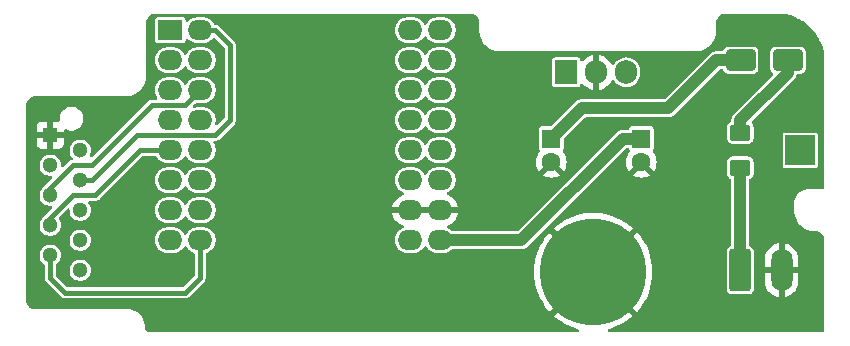
<source format=gtl>
G04 #@! TF.GenerationSoftware,KiCad,Pcbnew,8.0.2*
G04 #@! TF.CreationDate,2024-05-11T15:04:56+02:00*
G04 #@! TF.ProjectId,WiFi-2-OIP-UI,57694669-2d32-42d4-9f49-502d55492e6b,V1.0*
G04 #@! TF.SameCoordinates,Original*
G04 #@! TF.FileFunction,Copper,L1,Top*
G04 #@! TF.FilePolarity,Positive*
%FSLAX46Y46*%
G04 Gerber Fmt 4.6, Leading zero omitted, Abs format (unit mm)*
G04 Created by KiCad (PCBNEW 8.0.2) date 2024-05-11 15:04:56*
%MOMM*%
%LPD*%
G01*
G04 APERTURE LIST*
G04 Aperture macros list*
%AMRoundRect*
0 Rectangle with rounded corners*
0 $1 Rounding radius*
0 $2 $3 $4 $5 $6 $7 $8 $9 X,Y pos of 4 corners*
0 Add a 4 corners polygon primitive as box body*
4,1,4,$2,$3,$4,$5,$6,$7,$8,$9,$2,$3,0*
0 Add four circle primitives for the rounded corners*
1,1,$1+$1,$2,$3*
1,1,$1+$1,$4,$5*
1,1,$1+$1,$6,$7*
1,1,$1+$1,$8,$9*
0 Add four rect primitives between the rounded corners*
20,1,$1+$1,$2,$3,$4,$5,0*
20,1,$1+$1,$4,$5,$6,$7,0*
20,1,$1+$1,$6,$7,$8,$9,0*
20,1,$1+$1,$8,$9,$2,$3,0*%
G04 Aperture macros list end*
G04 #@! TA.AperFunction,ComponentPad*
%ADD10R,2.500000X2.500000*%
G04 #@! TD*
G04 #@! TA.AperFunction,ComponentPad*
%ADD11C,0.900000*%
G04 #@! TD*
G04 #@! TA.AperFunction,ComponentPad*
%ADD12C,9.000000*%
G04 #@! TD*
G04 #@! TA.AperFunction,ComponentPad*
%ADD13R,2.100000X1.700000*%
G04 #@! TD*
G04 #@! TA.AperFunction,ComponentPad*
%ADD14O,2.100000X1.700000*%
G04 #@! TD*
G04 #@! TA.AperFunction,ComponentPad*
%ADD15O,1.905000X2.000000*%
G04 #@! TD*
G04 #@! TA.AperFunction,ComponentPad*
%ADD16R,1.905000X2.000000*%
G04 #@! TD*
G04 #@! TA.AperFunction,ComponentPad*
%ADD17C,1.600000*%
G04 #@! TD*
G04 #@! TA.AperFunction,ComponentPad*
%ADD18R,1.600000X1.600000*%
G04 #@! TD*
G04 #@! TA.AperFunction,ComponentPad*
%ADD19O,1.800000X3.600000*%
G04 #@! TD*
G04 #@! TA.AperFunction,ComponentPad*
%ADD20RoundRect,0.250000X-0.650000X-1.550000X0.650000X-1.550000X0.650000X1.550000X-0.650000X1.550000X0*%
G04 #@! TD*
G04 #@! TA.AperFunction,SMDPad,CuDef*
%ADD21RoundRect,0.250001X0.624999X-0.462499X0.624999X0.462499X-0.624999X0.462499X-0.624999X-0.462499X0*%
G04 #@! TD*
G04 #@! TA.AperFunction,SMDPad,CuDef*
%ADD22RoundRect,0.250000X-1.000000X-0.650000X1.000000X-0.650000X1.000000X0.650000X-1.000000X0.650000X0*%
G04 #@! TD*
G04 #@! TA.AperFunction,ComponentPad*
%ADD23R,1.300000X1.300000*%
G04 #@! TD*
G04 #@! TA.AperFunction,ComponentPad*
%ADD24C,1.300000*%
G04 #@! TD*
G04 #@! TA.AperFunction,Conductor*
%ADD25C,1.000000*%
G04 #@! TD*
G04 #@! TA.AperFunction,Conductor*
%ADD26C,0.440000*%
G04 #@! TD*
G04 APERTURE END LIST*
D10*
X177800000Y-96520000D03*
D11*
X163649000Y-106830000D03*
X162660485Y-109216485D03*
X162660485Y-104443515D03*
X160274000Y-110205000D03*
D12*
X160274000Y-106830000D03*
D11*
X160274000Y-103455000D03*
X157887515Y-109216485D03*
X157887515Y-104443515D03*
X156899000Y-106830000D03*
D13*
X124460000Y-86360000D03*
D14*
X124460000Y-88900000D03*
X124460000Y-91440000D03*
X124460000Y-93980000D03*
X124460000Y-96520000D03*
X124460000Y-99060000D03*
X124460000Y-101600000D03*
X124460000Y-104140000D03*
X127000000Y-86360000D03*
X127000000Y-88900000D03*
X127000000Y-91440000D03*
X127000000Y-93980000D03*
X127000000Y-96520000D03*
X127000000Y-99060000D03*
X127000000Y-101600000D03*
X127000000Y-104140000D03*
X144780000Y-86360000D03*
X144780000Y-88900000D03*
X144780000Y-91440000D03*
X144780000Y-93980000D03*
X144780000Y-96520000D03*
X144780000Y-99060000D03*
X144780000Y-101600000D03*
X144780000Y-104140000D03*
X147320000Y-86360000D03*
X147320000Y-88900000D03*
X147320000Y-91440000D03*
X147320000Y-93980000D03*
X147320000Y-96520000D03*
X147320000Y-99060000D03*
X147320000Y-101600000D03*
X147320000Y-104140000D03*
D15*
X163068000Y-89916000D03*
X160528000Y-89916000D03*
D16*
X157988000Y-89916000D03*
D17*
X164338000Y-97536000D03*
D18*
X164338000Y-95536000D03*
D17*
X156718000Y-97536000D03*
D18*
X156718000Y-95536000D03*
D19*
X176220000Y-106680000D03*
D20*
X172720000Y-106680000D03*
D21*
X172720000Y-95032500D03*
X172720000Y-98007500D03*
D22*
X176752000Y-88900000D03*
X172752000Y-88900000D03*
D23*
X114300000Y-95250000D03*
D24*
X116840000Y-96520000D03*
X114300000Y-97790000D03*
X116840000Y-99060000D03*
X114300000Y-100330000D03*
X116840000Y-101600000D03*
X114300000Y-102870000D03*
X116840000Y-104140000D03*
X114300000Y-105410000D03*
X116840000Y-106680000D03*
D25*
X159290000Y-92964000D02*
X156718000Y-95536000D01*
X166624000Y-92964000D02*
X159290000Y-92964000D01*
X170688000Y-88900000D02*
X166624000Y-92964000D01*
X172752000Y-88900000D02*
X170688000Y-88900000D01*
D26*
X121920000Y-96520000D02*
X124460000Y-96520000D01*
X116205000Y-100330000D02*
X118110000Y-100330000D01*
X114300000Y-102235000D02*
X116205000Y-100330000D01*
X118110000Y-100330000D02*
X121920000Y-96520000D01*
X114300000Y-102870000D02*
X114300000Y-102235000D01*
X128270000Y-86360000D02*
X127000000Y-86360000D01*
X129540000Y-87630000D02*
X128270000Y-86360000D01*
X129540000Y-93980000D02*
X129540000Y-87630000D01*
X128270000Y-95250000D02*
X129540000Y-93980000D01*
X117839904Y-99060000D02*
X121649904Y-95250000D01*
X121649904Y-95250000D02*
X128270000Y-95250000D01*
X116840000Y-99060000D02*
X117839904Y-99060000D01*
X125730000Y-108585000D02*
X127000000Y-107315000D01*
X115570000Y-108585000D02*
X125730000Y-108585000D01*
X127000000Y-107315000D02*
X127000000Y-104140000D01*
X114300000Y-107315000D02*
X115570000Y-108585000D01*
X114300000Y-105410000D02*
X114300000Y-107315000D01*
X114300000Y-99695000D02*
X114300000Y-100330000D01*
X116205000Y-97790000D02*
X114300000Y-99695000D01*
X117792500Y-97790000D02*
X116205000Y-97790000D01*
X122872500Y-92710000D02*
X117792500Y-97790000D01*
X125730000Y-92710000D02*
X122872500Y-92710000D01*
X127000000Y-91440000D02*
X125730000Y-92710000D01*
D25*
X162782000Y-95536000D02*
X164338000Y-95536000D01*
X154178000Y-104140000D02*
X162782000Y-95536000D01*
X147320000Y-104140000D02*
X154178000Y-104140000D01*
X172720000Y-93980000D02*
X176752000Y-89948000D01*
X172720000Y-95032500D02*
X172720000Y-93980000D01*
X176752000Y-89948000D02*
X176752000Y-88900000D01*
X172720000Y-106680000D02*
X172720000Y-98007500D01*
G04 #@! TA.AperFunction,Conductor*
G36*
X146854075Y-101407007D02*
G01*
X146820000Y-101534174D01*
X146820000Y-101665826D01*
X146854075Y-101792993D01*
X146886988Y-101850000D01*
X145213012Y-101850000D01*
X145245925Y-101792993D01*
X145280000Y-101665826D01*
X145280000Y-101534174D01*
X145245925Y-101407007D01*
X145213012Y-101350000D01*
X146886988Y-101350000D01*
X146854075Y-101407007D01*
G37*
G04 #@! TD.AperFunction*
G04 #@! TA.AperFunction,Conductor*
G36*
X149866061Y-84956097D02*
G01*
X149997973Y-84969089D01*
X150021801Y-84973828D01*
X150142793Y-85010531D01*
X150165245Y-85019832D01*
X150172999Y-85023976D01*
X150276738Y-85079426D01*
X150296949Y-85092930D01*
X150394677Y-85173132D01*
X150411867Y-85190322D01*
X150492069Y-85288050D01*
X150505573Y-85308261D01*
X150565166Y-85419751D01*
X150574469Y-85442209D01*
X150611169Y-85563192D01*
X150615911Y-85587032D01*
X150628903Y-85718937D01*
X150629500Y-85731092D01*
X150629500Y-86294108D01*
X150629500Y-86360000D01*
X150629500Y-86486629D01*
X150647724Y-86613384D01*
X150665541Y-86737303D01*
X150665543Y-86737313D01*
X150736894Y-86980312D01*
X150842093Y-87210666D01*
X150842106Y-87210689D01*
X150979016Y-87423725D01*
X150979020Y-87423731D01*
X151144868Y-87615131D01*
X151336268Y-87780979D01*
X151336274Y-87780983D01*
X151549310Y-87917893D01*
X151549333Y-87917906D01*
X151779687Y-88023105D01*
X151779691Y-88023106D01*
X151779693Y-88023107D01*
X152022692Y-88094458D01*
X152273371Y-88130500D01*
X152273374Y-88130500D01*
X169036626Y-88130500D01*
X169036629Y-88130500D01*
X169287308Y-88094458D01*
X169530307Y-88023107D01*
X169530310Y-88023105D01*
X169530312Y-88023105D01*
X169760666Y-87917906D01*
X169760670Y-87917903D01*
X169760678Y-87917900D01*
X169973732Y-87780979D01*
X170165131Y-87615131D01*
X170330979Y-87423732D01*
X170467900Y-87210678D01*
X170467903Y-87210670D01*
X170467906Y-87210666D01*
X170573105Y-86980312D01*
X170573105Y-86980310D01*
X170573107Y-86980307D01*
X170644458Y-86737308D01*
X170680500Y-86486629D01*
X170680500Y-86360000D01*
X170680500Y-86294108D01*
X170680500Y-85731092D01*
X170681097Y-85718938D01*
X170688569Y-85643072D01*
X170694089Y-85587024D01*
X170698828Y-85563200D01*
X170735532Y-85442202D01*
X170744830Y-85419757D01*
X170804427Y-85308259D01*
X170817930Y-85288050D01*
X170819122Y-85286598D01*
X170898137Y-85190316D01*
X170915316Y-85173137D01*
X171013052Y-85092928D01*
X171033261Y-85079426D01*
X171144757Y-85019830D01*
X171167202Y-85010532D01*
X171288200Y-84973828D01*
X171312024Y-84969089D01*
X171443939Y-84956097D01*
X171456093Y-84955500D01*
X171515892Y-84955500D01*
X175829108Y-84955500D01*
X175892128Y-84955500D01*
X175897855Y-84955632D01*
X176253236Y-84972062D01*
X176264626Y-84973118D01*
X176614132Y-85021872D01*
X176625376Y-85023974D01*
X176968893Y-85104768D01*
X176979883Y-85107895D01*
X177314500Y-85220047D01*
X177325154Y-85224175D01*
X177647980Y-85366716D01*
X177658206Y-85371808D01*
X177784600Y-85442209D01*
X177966499Y-85543527D01*
X177976237Y-85549556D01*
X178076308Y-85618106D01*
X178241247Y-85731092D01*
X178267367Y-85748984D01*
X178276504Y-85755885D01*
X178547981Y-85981316D01*
X178556445Y-85989032D01*
X178805967Y-86238554D01*
X178813683Y-86247018D01*
X179039112Y-86518492D01*
X179046015Y-86527632D01*
X179245443Y-86818762D01*
X179251472Y-86828500D01*
X179311788Y-86936786D01*
X179419129Y-87129500D01*
X179423184Y-87136779D01*
X179428287Y-87147028D01*
X179570819Y-87469832D01*
X179574957Y-87480512D01*
X179687100Y-87815103D01*
X179690234Y-87826119D01*
X179771023Y-88169615D01*
X179773128Y-88180874D01*
X179821880Y-88530366D01*
X179822937Y-88541770D01*
X179839368Y-88897144D01*
X179839500Y-88902871D01*
X179839500Y-99705500D01*
X179819815Y-99772539D01*
X179767011Y-99818294D01*
X179715500Y-99829500D01*
X178335654Y-99829500D01*
X178139988Y-99864001D01*
X177953286Y-99931956D01*
X177953279Y-99931959D01*
X177781219Y-100031298D01*
X177781213Y-100031302D01*
X177629014Y-100159014D01*
X177501302Y-100311213D01*
X177501298Y-100311219D01*
X177401959Y-100483279D01*
X177401956Y-100483286D01*
X177334001Y-100669988D01*
X177299500Y-100865654D01*
X177299500Y-101726627D01*
X177335541Y-101977303D01*
X177335543Y-101977313D01*
X177406894Y-102220312D01*
X177512093Y-102450666D01*
X177512106Y-102450689D01*
X177649016Y-102663725D01*
X177649020Y-102663731D01*
X177814868Y-102855131D01*
X178006268Y-103020979D01*
X178006274Y-103020983D01*
X178219310Y-103157893D01*
X178219333Y-103157906D01*
X178449687Y-103263105D01*
X178449691Y-103263106D01*
X178449693Y-103263107D01*
X178692692Y-103334458D01*
X178943371Y-103370500D01*
X179004108Y-103370500D01*
X179063907Y-103370500D01*
X179076061Y-103371097D01*
X179207973Y-103384089D01*
X179231801Y-103388828D01*
X179352793Y-103425531D01*
X179375245Y-103434832D01*
X179430993Y-103464629D01*
X179486738Y-103494426D01*
X179506949Y-103507930D01*
X179604677Y-103588132D01*
X179621867Y-103605322D01*
X179702069Y-103703050D01*
X179715573Y-103723261D01*
X179775166Y-103834751D01*
X179784469Y-103857209D01*
X179821169Y-103978192D01*
X179825911Y-104002032D01*
X179838903Y-104133937D01*
X179839500Y-104146092D01*
X179839500Y-111770500D01*
X179819815Y-111837539D01*
X179767011Y-111883294D01*
X179715500Y-111894500D01*
X161632991Y-111894500D01*
X161565952Y-111874815D01*
X161520197Y-111822011D01*
X161510253Y-111752853D01*
X161539278Y-111689297D01*
X161598056Y-111651523D01*
X161600002Y-111650969D01*
X161820631Y-111590079D01*
X161820647Y-111590073D01*
X162241107Y-111432271D01*
X162241123Y-111432265D01*
X162645714Y-111237425D01*
X162645729Y-111237417D01*
X163031265Y-111007070D01*
X163394579Y-110743106D01*
X163394596Y-110743093D01*
X163628864Y-110538417D01*
X161678669Y-108588222D01*
X161760711Y-108525269D01*
X161969269Y-108316711D01*
X162032222Y-108234669D01*
X163983232Y-110185679D01*
X164043158Y-110123003D01*
X164323165Y-109771884D01*
X164323166Y-109771883D01*
X164570566Y-109397088D01*
X164570566Y-109397087D01*
X164783386Y-109001602D01*
X164783390Y-109001594D01*
X164959890Y-108588650D01*
X164959893Y-108588642D01*
X165098674Y-108161519D01*
X165198606Y-107723686D01*
X165258890Y-107278647D01*
X165258891Y-107278638D01*
X165279040Y-106830003D01*
X165279040Y-106829996D01*
X165258891Y-106381361D01*
X165258890Y-106381352D01*
X165198606Y-105936313D01*
X165098674Y-105498480D01*
X164963395Y-105082135D01*
X171569500Y-105082135D01*
X171569500Y-108277870D01*
X171569501Y-108277876D01*
X171575908Y-108337483D01*
X171626202Y-108472328D01*
X171626206Y-108472335D01*
X171712452Y-108587544D01*
X171712455Y-108587547D01*
X171827664Y-108673793D01*
X171827671Y-108673797D01*
X171962517Y-108724091D01*
X171962516Y-108724091D01*
X171969444Y-108724835D01*
X172022127Y-108730500D01*
X173417872Y-108730499D01*
X173477483Y-108724091D01*
X173612331Y-108673796D01*
X173727546Y-108587546D01*
X173813796Y-108472331D01*
X173864091Y-108337483D01*
X173870500Y-108277873D01*
X173870499Y-105669818D01*
X174820000Y-105669818D01*
X174820000Y-106430000D01*
X175671518Y-106430000D01*
X175660889Y-106448409D01*
X175620000Y-106601009D01*
X175620000Y-106758991D01*
X175660889Y-106911591D01*
X175671518Y-106930000D01*
X174820000Y-106930000D01*
X174820000Y-107690181D01*
X174854473Y-107907835D01*
X174922567Y-108117410D01*
X175022613Y-108313760D01*
X175152142Y-108492041D01*
X175307958Y-108647857D01*
X175486239Y-108777386D01*
X175682589Y-108877432D01*
X175892163Y-108945526D01*
X175969999Y-108957854D01*
X175970000Y-108957854D01*
X175970000Y-107228482D01*
X175988409Y-107239111D01*
X176141009Y-107280000D01*
X176298991Y-107280000D01*
X176451591Y-107239111D01*
X176470000Y-107228482D01*
X176470000Y-108957854D01*
X176547834Y-108945526D01*
X176547837Y-108945526D01*
X176757410Y-108877432D01*
X176953760Y-108777386D01*
X177132041Y-108647857D01*
X177287857Y-108492041D01*
X177417386Y-108313760D01*
X177517432Y-108117410D01*
X177585526Y-107907835D01*
X177620000Y-107690181D01*
X177620000Y-106930000D01*
X176768482Y-106930000D01*
X176779111Y-106911591D01*
X176820000Y-106758991D01*
X176820000Y-106601009D01*
X176779111Y-106448409D01*
X176768482Y-106430000D01*
X177620000Y-106430000D01*
X177620000Y-105669818D01*
X177585526Y-105452164D01*
X177517432Y-105242589D01*
X177417386Y-105046239D01*
X177287857Y-104867958D01*
X177132041Y-104712142D01*
X176953760Y-104582613D01*
X176757410Y-104482567D01*
X176547836Y-104414473D01*
X176470000Y-104402144D01*
X176470000Y-106131517D01*
X176451591Y-106120889D01*
X176298991Y-106080000D01*
X176141009Y-106080000D01*
X175988409Y-106120889D01*
X175970000Y-106131517D01*
X175970000Y-104402144D01*
X175892164Y-104414473D01*
X175892161Y-104414473D01*
X175682589Y-104482567D01*
X175486239Y-104582613D01*
X175307958Y-104712142D01*
X175152142Y-104867958D01*
X175022613Y-105046239D01*
X174922567Y-105242589D01*
X174854473Y-105452164D01*
X174820000Y-105669818D01*
X173870499Y-105669818D01*
X173870499Y-105082128D01*
X173864091Y-105022517D01*
X173856119Y-105001144D01*
X173813797Y-104887671D01*
X173813793Y-104887664D01*
X173727547Y-104772455D01*
X173727544Y-104772452D01*
X173612335Y-104686206D01*
X173612328Y-104686202D01*
X173551167Y-104663391D01*
X173495233Y-104621520D01*
X173470816Y-104556056D01*
X173470500Y-104547209D01*
X173470500Y-99043465D01*
X173490185Y-98976426D01*
X173542989Y-98930671D01*
X173551146Y-98927291D01*
X173587330Y-98913796D01*
X173702546Y-98827546D01*
X173788796Y-98712330D01*
X173839091Y-98577482D01*
X173845500Y-98517872D01*
X173845500Y-97497128D01*
X173839091Y-97437518D01*
X173788797Y-97302672D01*
X173788796Y-97302671D01*
X173788796Y-97302670D01*
X173702546Y-97187454D01*
X173587330Y-97101204D01*
X173587328Y-97101203D01*
X173587327Y-97101202D01*
X173452481Y-97050908D01*
X173452482Y-97050908D01*
X173392882Y-97044501D01*
X173392880Y-97044500D01*
X173392872Y-97044500D01*
X172047128Y-97044500D01*
X172047120Y-97044500D01*
X172047117Y-97044501D01*
X171987518Y-97050908D01*
X171852672Y-97101202D01*
X171852670Y-97101204D01*
X171737454Y-97187454D01*
X171651204Y-97302670D01*
X171651202Y-97302672D01*
X171600908Y-97437518D01*
X171594501Y-97497117D01*
X171594500Y-97497136D01*
X171594500Y-98517863D01*
X171594501Y-98517882D01*
X171600908Y-98577481D01*
X171651202Y-98712327D01*
X171651203Y-98712328D01*
X171651204Y-98712330D01*
X171737454Y-98827546D01*
X171852670Y-98913796D01*
X171888833Y-98927283D01*
X171944765Y-98969152D01*
X171969184Y-99034616D01*
X171969500Y-99043465D01*
X171969500Y-104547209D01*
X171949815Y-104614248D01*
X171897011Y-104660003D01*
X171888833Y-104663391D01*
X171827671Y-104686202D01*
X171827664Y-104686206D01*
X171712455Y-104772452D01*
X171712452Y-104772455D01*
X171626206Y-104887664D01*
X171626202Y-104887671D01*
X171575908Y-105022517D01*
X171570658Y-105071357D01*
X171569501Y-105082123D01*
X171569500Y-105082135D01*
X164963395Y-105082135D01*
X164959893Y-105071357D01*
X164959890Y-105071349D01*
X164783390Y-104658405D01*
X164783386Y-104658397D01*
X164570566Y-104262912D01*
X164570566Y-104262911D01*
X164323166Y-103888116D01*
X164323165Y-103888115D01*
X164043154Y-103536991D01*
X164043151Y-103536988D01*
X163983232Y-103474318D01*
X162032221Y-105425329D01*
X161969269Y-105343289D01*
X161760711Y-105134731D01*
X161678668Y-105071776D01*
X163628864Y-103121581D01*
X163394596Y-102916906D01*
X163394579Y-102916893D01*
X163031265Y-102652929D01*
X162645729Y-102422582D01*
X162645714Y-102422574D01*
X162241123Y-102227734D01*
X162241107Y-102227728D01*
X161820647Y-102069926D01*
X161820631Y-102069920D01*
X161387733Y-101950448D01*
X160945849Y-101870258D01*
X160498546Y-101830000D01*
X160049453Y-101830000D01*
X159602150Y-101870258D01*
X159160266Y-101950448D01*
X158727368Y-102069920D01*
X158727352Y-102069926D01*
X158306892Y-102227728D01*
X158306876Y-102227734D01*
X157902285Y-102422574D01*
X157902270Y-102422582D01*
X157516734Y-102652929D01*
X157153411Y-102916899D01*
X156919134Y-103121580D01*
X156919134Y-103121581D01*
X158869330Y-105071777D01*
X158787289Y-105134731D01*
X158578731Y-105343289D01*
X158515778Y-105425330D01*
X156564766Y-103474318D01*
X156564765Y-103474318D01*
X156504857Y-103536978D01*
X156504846Y-103536991D01*
X156224834Y-103888115D01*
X156224833Y-103888116D01*
X155977433Y-104262911D01*
X155977433Y-104262912D01*
X155764613Y-104658397D01*
X155764609Y-104658405D01*
X155588109Y-105071349D01*
X155588106Y-105071357D01*
X155449325Y-105498480D01*
X155349393Y-105936313D01*
X155289109Y-106381352D01*
X155289108Y-106381361D01*
X155268960Y-106829996D01*
X155268960Y-106830003D01*
X155289108Y-107278638D01*
X155289109Y-107278647D01*
X155349393Y-107723686D01*
X155449325Y-108161519D01*
X155588106Y-108588642D01*
X155588109Y-108588650D01*
X155764609Y-109001594D01*
X155764613Y-109001602D01*
X155977433Y-109397087D01*
X155977433Y-109397088D01*
X156224833Y-109771883D01*
X156224834Y-109771884D01*
X156504845Y-110123008D01*
X156504848Y-110123011D01*
X156564766Y-110185680D01*
X158515777Y-108234668D01*
X158578731Y-108316711D01*
X158787289Y-108525269D01*
X158869330Y-108588221D01*
X156919134Y-110538417D01*
X157153403Y-110743093D01*
X157153420Y-110743106D01*
X157516734Y-111007070D01*
X157902270Y-111237417D01*
X157902285Y-111237425D01*
X158306876Y-111432265D01*
X158306892Y-111432271D01*
X158727352Y-111590073D01*
X158727368Y-111590079D01*
X158947998Y-111650969D01*
X159007384Y-111687779D01*
X159037443Y-111750852D01*
X159028629Y-111820164D01*
X158983742Y-111873708D01*
X158917033Y-111894483D01*
X158915009Y-111894500D01*
X122690126Y-111894500D01*
X122673943Y-111893439D01*
X122644853Y-111889609D01*
X122597631Y-111883392D01*
X122566366Y-111875014D01*
X122502833Y-111848698D01*
X122474799Y-111832513D01*
X122420240Y-111790649D01*
X122397352Y-111767761D01*
X122355486Y-111713200D01*
X122339301Y-111685166D01*
X122312985Y-111621633D01*
X122304607Y-111590366D01*
X122304568Y-111590073D01*
X122294561Y-111514058D01*
X122293500Y-111497873D01*
X122293500Y-111269638D01*
X122267310Y-111104289D01*
X122259286Y-111053625D01*
X122191701Y-110845617D01*
X122191701Y-110845616D01*
X122157197Y-110777900D01*
X122092407Y-110650743D01*
X122084147Y-110639374D01*
X121963857Y-110473806D01*
X121809193Y-110319142D01*
X121632260Y-110190595D01*
X121632259Y-110190594D01*
X121632257Y-110190593D01*
X121569825Y-110158782D01*
X121437383Y-110091298D01*
X121437380Y-110091297D01*
X121229376Y-110023714D01*
X121013361Y-109989500D01*
X121013356Y-109989500D01*
X120969892Y-109989500D01*
X113036093Y-109989500D01*
X113023939Y-109988903D01*
X112892033Y-109975911D01*
X112868192Y-109971169D01*
X112747209Y-109934469D01*
X112724751Y-109925166D01*
X112613261Y-109865573D01*
X112593050Y-109852069D01*
X112495343Y-109771884D01*
X112495321Y-109771866D01*
X112478132Y-109754677D01*
X112397930Y-109656949D01*
X112384426Y-109636738D01*
X112324833Y-109525248D01*
X112315530Y-109502790D01*
X112278828Y-109381801D01*
X112274089Y-109357973D01*
X112261097Y-109226061D01*
X112260500Y-109213907D01*
X112260500Y-105410000D01*
X113394540Y-105410000D01*
X113414326Y-105598256D01*
X113414327Y-105598259D01*
X113472818Y-105778277D01*
X113472821Y-105778284D01*
X113567467Y-105942216D01*
X113625899Y-106007111D01*
X113694129Y-106082888D01*
X113694133Y-106082892D01*
X113778384Y-106144102D01*
X113821051Y-106199431D01*
X113829500Y-106244421D01*
X113829500Y-107376943D01*
X113852867Y-107464148D01*
X113861564Y-107496606D01*
X113923505Y-107603892D01*
X113923507Y-107603895D01*
X114018171Y-107698559D01*
X114018176Y-107698563D01*
X115281106Y-108961494D01*
X115388394Y-109023436D01*
X115508057Y-109055500D01*
X115508060Y-109055500D01*
X125791940Y-109055500D01*
X125791943Y-109055500D01*
X125911606Y-109023436D01*
X126018894Y-108961494D01*
X126106494Y-108873894D01*
X126106494Y-108873892D01*
X126116698Y-108863689D01*
X126116701Y-108863684D01*
X127376494Y-107603894D01*
X127438436Y-107496606D01*
X127470500Y-107376943D01*
X127470500Y-107253058D01*
X127470500Y-107253057D01*
X127470500Y-105299334D01*
X127490185Y-105232295D01*
X127542989Y-105186540D01*
X127556183Y-105181403D01*
X127622440Y-105159875D01*
X127622442Y-105159873D01*
X127622445Y-105159873D01*
X127776788Y-105081232D01*
X127916928Y-104979414D01*
X128039414Y-104856928D01*
X128141232Y-104716788D01*
X128219873Y-104562445D01*
X128273402Y-104397701D01*
X128300500Y-104226611D01*
X128300500Y-104053389D01*
X128273402Y-103882299D01*
X128219873Y-103717555D01*
X128141232Y-103563212D01*
X128039414Y-103423072D01*
X127916928Y-103300586D01*
X127776788Y-103198768D01*
X127622445Y-103120127D01*
X127457701Y-103066598D01*
X127457699Y-103066597D01*
X127457698Y-103066597D01*
X127326271Y-103045781D01*
X127286611Y-103039500D01*
X126713389Y-103039500D01*
X126673728Y-103045781D01*
X126542302Y-103066597D01*
X126542299Y-103066598D01*
X126382923Y-103118383D01*
X126377552Y-103120128D01*
X126223211Y-103198768D01*
X126168823Y-103238284D01*
X126083072Y-103300586D01*
X126083070Y-103300588D01*
X126083069Y-103300588D01*
X125960588Y-103423069D01*
X125960588Y-103423070D01*
X125960586Y-103423072D01*
X125909677Y-103493142D01*
X125858766Y-103563214D01*
X125840484Y-103599095D01*
X125792510Y-103649890D01*
X125724689Y-103666685D01*
X125658554Y-103644147D01*
X125619516Y-103599095D01*
X125601233Y-103563214D01*
X125601231Y-103563211D01*
X125499414Y-103423072D01*
X125376928Y-103300586D01*
X125236788Y-103198768D01*
X125082445Y-103120127D01*
X124917701Y-103066598D01*
X124917699Y-103066597D01*
X124917698Y-103066597D01*
X124786271Y-103045781D01*
X124746611Y-103039500D01*
X124173389Y-103039500D01*
X124133728Y-103045781D01*
X124002302Y-103066597D01*
X124002299Y-103066598D01*
X123842923Y-103118383D01*
X123837552Y-103120128D01*
X123683211Y-103198768D01*
X123628823Y-103238284D01*
X123543072Y-103300586D01*
X123543070Y-103300588D01*
X123543069Y-103300588D01*
X123420588Y-103423069D01*
X123420588Y-103423070D01*
X123420586Y-103423072D01*
X123376859Y-103483256D01*
X123318768Y-103563211D01*
X123240128Y-103717552D01*
X123186597Y-103882302D01*
X123175599Y-103951744D01*
X123159500Y-104053389D01*
X123159500Y-104226611D01*
X123186598Y-104397701D01*
X123240127Y-104562445D01*
X123318768Y-104716788D01*
X123420586Y-104856928D01*
X123543072Y-104979414D01*
X123683212Y-105081232D01*
X123837555Y-105159873D01*
X124002299Y-105213402D01*
X124173389Y-105240500D01*
X124173390Y-105240500D01*
X124746610Y-105240500D01*
X124746611Y-105240500D01*
X124917701Y-105213402D01*
X125082445Y-105159873D01*
X125236788Y-105081232D01*
X125376928Y-104979414D01*
X125499414Y-104856928D01*
X125601232Y-104716788D01*
X125616814Y-104686206D01*
X125619515Y-104680906D01*
X125667489Y-104630109D01*
X125735310Y-104613314D01*
X125801445Y-104635851D01*
X125840485Y-104680906D01*
X125858766Y-104716786D01*
X125873534Y-104737112D01*
X125960586Y-104856928D01*
X126083072Y-104979414D01*
X126223212Y-105081232D01*
X126328211Y-105134731D01*
X126377559Y-105159875D01*
X126443817Y-105181403D01*
X126501493Y-105220839D01*
X126528692Y-105285198D01*
X126529500Y-105299334D01*
X126529500Y-107068750D01*
X126509815Y-107135789D01*
X126493181Y-107156431D01*
X125571432Y-108078181D01*
X125510109Y-108111666D01*
X125483751Y-108114500D01*
X115816250Y-108114500D01*
X115749211Y-108094815D01*
X115728569Y-108078181D01*
X114806819Y-107156431D01*
X114773334Y-107095108D01*
X114770500Y-107068750D01*
X114770500Y-106680000D01*
X115934540Y-106680000D01*
X115954326Y-106868256D01*
X115954327Y-106868259D01*
X116012818Y-107048277D01*
X116012821Y-107048284D01*
X116107467Y-107212216D01*
X116234129Y-107352888D01*
X116387265Y-107464148D01*
X116387270Y-107464151D01*
X116560192Y-107541142D01*
X116560197Y-107541144D01*
X116745354Y-107580500D01*
X116745355Y-107580500D01*
X116934644Y-107580500D01*
X116934646Y-107580500D01*
X117119803Y-107541144D01*
X117292730Y-107464151D01*
X117445871Y-107352888D01*
X117572533Y-107212216D01*
X117667179Y-107048284D01*
X117725674Y-106868256D01*
X117745460Y-106680000D01*
X117725674Y-106491744D01*
X117667179Y-106311716D01*
X117572533Y-106147784D01*
X117445871Y-106007112D01*
X117445870Y-106007111D01*
X117292734Y-105895851D01*
X117292729Y-105895848D01*
X117119807Y-105818857D01*
X117119802Y-105818855D01*
X116974001Y-105787865D01*
X116934646Y-105779500D01*
X116745354Y-105779500D01*
X116712897Y-105786398D01*
X116560197Y-105818855D01*
X116560192Y-105818857D01*
X116387270Y-105895848D01*
X116387265Y-105895851D01*
X116234129Y-106007111D01*
X116107466Y-106147785D01*
X116012821Y-106311715D01*
X116012818Y-106311722D01*
X115954327Y-106491740D01*
X115954326Y-106491744D01*
X115934540Y-106680000D01*
X114770500Y-106680000D01*
X114770500Y-106244421D01*
X114790185Y-106177382D01*
X114821616Y-106144102D01*
X114905866Y-106082892D01*
X114905867Y-106082890D01*
X114905871Y-106082888D01*
X115032533Y-105942216D01*
X115127179Y-105778284D01*
X115185674Y-105598256D01*
X115205460Y-105410000D01*
X115185674Y-105221744D01*
X115127179Y-105041716D01*
X115032533Y-104877784D01*
X114905871Y-104737112D01*
X114905870Y-104737111D01*
X114752734Y-104625851D01*
X114752729Y-104625848D01*
X114579807Y-104548857D01*
X114579802Y-104548855D01*
X114434001Y-104517865D01*
X114394646Y-104509500D01*
X114205354Y-104509500D01*
X114172897Y-104516398D01*
X114020197Y-104548855D01*
X114020192Y-104548857D01*
X113847270Y-104625848D01*
X113847265Y-104625851D01*
X113694129Y-104737111D01*
X113567466Y-104877785D01*
X113472821Y-105041715D01*
X113472818Y-105041722D01*
X113417036Y-105213402D01*
X113414326Y-105221744D01*
X113394540Y-105410000D01*
X112260500Y-105410000D01*
X112260500Y-104140000D01*
X115934540Y-104140000D01*
X115954326Y-104328256D01*
X115954327Y-104328259D01*
X116012818Y-104508277D01*
X116012821Y-104508284D01*
X116107467Y-104672216D01*
X116191479Y-104765520D01*
X116234129Y-104812888D01*
X116387265Y-104924148D01*
X116387270Y-104924151D01*
X116560192Y-105001142D01*
X116560197Y-105001144D01*
X116745354Y-105040500D01*
X116745355Y-105040500D01*
X116934644Y-105040500D01*
X116934646Y-105040500D01*
X117119803Y-105001144D01*
X117292730Y-104924151D01*
X117445871Y-104812888D01*
X117572533Y-104672216D01*
X117667179Y-104508284D01*
X117725674Y-104328256D01*
X117745460Y-104140000D01*
X117725674Y-103951744D01*
X117667179Y-103771716D01*
X117572533Y-103607784D01*
X117445871Y-103467112D01*
X117401443Y-103434833D01*
X117292734Y-103355851D01*
X117292729Y-103355848D01*
X117119807Y-103278857D01*
X117119802Y-103278855D01*
X116974001Y-103247865D01*
X116934646Y-103239500D01*
X116745354Y-103239500D01*
X116712897Y-103246398D01*
X116560197Y-103278855D01*
X116560192Y-103278857D01*
X116387270Y-103355848D01*
X116387265Y-103355851D01*
X116234129Y-103467111D01*
X116107466Y-103607785D01*
X116012821Y-103771715D01*
X116012818Y-103771722D01*
X115985042Y-103857209D01*
X115954326Y-103951744D01*
X115934540Y-104140000D01*
X112260500Y-104140000D01*
X112260500Y-97790000D01*
X113394540Y-97790000D01*
X113414326Y-97978256D01*
X113414327Y-97978259D01*
X113472818Y-98158277D01*
X113472821Y-98158284D01*
X113567467Y-98322216D01*
X113625900Y-98387112D01*
X113694129Y-98462888D01*
X113847265Y-98574148D01*
X113847270Y-98574151D01*
X114020192Y-98651142D01*
X114020197Y-98651144D01*
X114205354Y-98690500D01*
X114205355Y-98690500D01*
X114339750Y-98690500D01*
X114406789Y-98710185D01*
X114452544Y-98762989D01*
X114462488Y-98832147D01*
X114433463Y-98895703D01*
X114427431Y-98902181D01*
X113923507Y-99406104D01*
X113923503Y-99406109D01*
X113857500Y-99520432D01*
X113856292Y-99519734D01*
X113820194Y-99565518D01*
X113694131Y-99657109D01*
X113694129Y-99657111D01*
X113567466Y-99797785D01*
X113472821Y-99961715D01*
X113472818Y-99961722D01*
X113417036Y-100133402D01*
X113414326Y-100141744D01*
X113394540Y-100330000D01*
X113414326Y-100518256D01*
X113414327Y-100518259D01*
X113472818Y-100698277D01*
X113472821Y-100698284D01*
X113567467Y-100862216D01*
X113694129Y-101002888D01*
X113847265Y-101114148D01*
X113847270Y-101114151D01*
X114020192Y-101191142D01*
X114020197Y-101191144D01*
X114205354Y-101230500D01*
X114205355Y-101230500D01*
X114339750Y-101230500D01*
X114406789Y-101250185D01*
X114452544Y-101302989D01*
X114462488Y-101372147D01*
X114433463Y-101435703D01*
X114427431Y-101442181D01*
X113923507Y-101946104D01*
X113923503Y-101946109D01*
X113857500Y-102060432D01*
X113856292Y-102059734D01*
X113820194Y-102105518D01*
X113694131Y-102197109D01*
X113694129Y-102197111D01*
X113567466Y-102337785D01*
X113472821Y-102501715D01*
X113472818Y-102501722D01*
X113420178Y-102663732D01*
X113414326Y-102681744D01*
X113394540Y-102870000D01*
X113414326Y-103058256D01*
X113414327Y-103058259D01*
X113472818Y-103238277D01*
X113472821Y-103238284D01*
X113567467Y-103402216D01*
X113655678Y-103500184D01*
X113694129Y-103542888D01*
X113847265Y-103654148D01*
X113847270Y-103654151D01*
X114020192Y-103731142D01*
X114020197Y-103731144D01*
X114205354Y-103770500D01*
X114205355Y-103770500D01*
X114394644Y-103770500D01*
X114394646Y-103770500D01*
X114579803Y-103731144D01*
X114752730Y-103654151D01*
X114905871Y-103542888D01*
X115032533Y-103402216D01*
X115127179Y-103238284D01*
X115185674Y-103058256D01*
X115205460Y-102870000D01*
X115185674Y-102681744D01*
X115127179Y-102501716D01*
X115032533Y-102337784D01*
X115030757Y-102335812D01*
X115030090Y-102334422D01*
X115028715Y-102332529D01*
X115029061Y-102332277D01*
X115000528Y-102272824D01*
X115009151Y-102203489D01*
X115035223Y-102165162D01*
X115726184Y-101474201D01*
X115787505Y-101440718D01*
X115857197Y-101445702D01*
X115913130Y-101487574D01*
X115937547Y-101553038D01*
X115937184Y-101574843D01*
X115934540Y-101600000D01*
X115954326Y-101788256D01*
X115954327Y-101788259D01*
X116012818Y-101968277D01*
X116012821Y-101968284D01*
X116107467Y-102132216D01*
X116193467Y-102227728D01*
X116234129Y-102272888D01*
X116387265Y-102384148D01*
X116387270Y-102384151D01*
X116560192Y-102461142D01*
X116560197Y-102461144D01*
X116745354Y-102500500D01*
X116745355Y-102500500D01*
X116934644Y-102500500D01*
X116934646Y-102500500D01*
X117119803Y-102461144D01*
X117292730Y-102384151D01*
X117445871Y-102272888D01*
X117572533Y-102132216D01*
X117667179Y-101968284D01*
X117725674Y-101788256D01*
X117745460Y-101600000D01*
X117736357Y-101513389D01*
X123159500Y-101513389D01*
X123159500Y-101686610D01*
X123182210Y-101830000D01*
X123186598Y-101857701D01*
X123232866Y-102000099D01*
X123240128Y-102022447D01*
X123264320Y-102069926D01*
X123318768Y-102176788D01*
X123420586Y-102316928D01*
X123543072Y-102439414D01*
X123683212Y-102541232D01*
X123837555Y-102619873D01*
X124002299Y-102673402D01*
X124173389Y-102700500D01*
X124173390Y-102700500D01*
X124746610Y-102700500D01*
X124746611Y-102700500D01*
X124917701Y-102673402D01*
X125082445Y-102619873D01*
X125236788Y-102541232D01*
X125376928Y-102439414D01*
X125499414Y-102316928D01*
X125601232Y-102176788D01*
X125619515Y-102140906D01*
X125667489Y-102090109D01*
X125735310Y-102073314D01*
X125801445Y-102095851D01*
X125840485Y-102140906D01*
X125858766Y-102176786D01*
X125873534Y-102197112D01*
X125960586Y-102316928D01*
X126083072Y-102439414D01*
X126223212Y-102541232D01*
X126377555Y-102619873D01*
X126542299Y-102673402D01*
X126713389Y-102700500D01*
X126713390Y-102700500D01*
X127286610Y-102700500D01*
X127286611Y-102700500D01*
X127457701Y-102673402D01*
X127622445Y-102619873D01*
X127776788Y-102541232D01*
X127916928Y-102439414D01*
X128039414Y-102316928D01*
X128141232Y-102176788D01*
X128219873Y-102022445D01*
X128273402Y-101857701D01*
X128300500Y-101686611D01*
X128300500Y-101513389D01*
X128274622Y-101350000D01*
X143252769Y-101350000D01*
X144346988Y-101350000D01*
X144314075Y-101407007D01*
X144280000Y-101534174D01*
X144280000Y-101665826D01*
X144314075Y-101792993D01*
X144346988Y-101850000D01*
X143252769Y-101850000D01*
X143263242Y-101916126D01*
X143263242Y-101916129D01*
X143328904Y-102118217D01*
X143425379Y-102307557D01*
X143550272Y-102479459D01*
X143550276Y-102479464D01*
X143700535Y-102629723D01*
X143700540Y-102629727D01*
X143872442Y-102754620D01*
X144061784Y-102851096D01*
X144160711Y-102883239D01*
X144218387Y-102922676D01*
X144245586Y-102987034D01*
X144233672Y-103055881D01*
X144186428Y-103107357D01*
X144160722Y-103119097D01*
X144159522Y-103119487D01*
X144157550Y-103120128D01*
X144003211Y-103198768D01*
X143948823Y-103238284D01*
X143863072Y-103300586D01*
X143863070Y-103300588D01*
X143863069Y-103300588D01*
X143740588Y-103423069D01*
X143740588Y-103423070D01*
X143740586Y-103423072D01*
X143696859Y-103483256D01*
X143638768Y-103563211D01*
X143560128Y-103717552D01*
X143506597Y-103882302D01*
X143495599Y-103951744D01*
X143479500Y-104053389D01*
X143479500Y-104226611D01*
X143506598Y-104397701D01*
X143560127Y-104562445D01*
X143638768Y-104716788D01*
X143740586Y-104856928D01*
X143863072Y-104979414D01*
X144003212Y-105081232D01*
X144157555Y-105159873D01*
X144322299Y-105213402D01*
X144493389Y-105240500D01*
X144493390Y-105240500D01*
X145066610Y-105240500D01*
X145066611Y-105240500D01*
X145237701Y-105213402D01*
X145402445Y-105159873D01*
X145556788Y-105081232D01*
X145696928Y-104979414D01*
X145819414Y-104856928D01*
X145921232Y-104716788D01*
X145936814Y-104686206D01*
X145939515Y-104680906D01*
X145987489Y-104630109D01*
X146055310Y-104613314D01*
X146121445Y-104635851D01*
X146160485Y-104680906D01*
X146178766Y-104716786D01*
X146193534Y-104737112D01*
X146280586Y-104856928D01*
X146403072Y-104979414D01*
X146543212Y-105081232D01*
X146697555Y-105159873D01*
X146862299Y-105213402D01*
X147033389Y-105240500D01*
X147033390Y-105240500D01*
X147606610Y-105240500D01*
X147606611Y-105240500D01*
X147777701Y-105213402D01*
X147942445Y-105159873D01*
X148096788Y-105081232D01*
X148236928Y-104979414D01*
X148289523Y-104926819D01*
X148350846Y-104893334D01*
X148377204Y-104890500D01*
X154251920Y-104890500D01*
X154349462Y-104871096D01*
X154396913Y-104861658D01*
X154502547Y-104817902D01*
X154533488Y-104805087D01*
X154533488Y-104805086D01*
X154533495Y-104805084D01*
X154592735Y-104765501D01*
X154656416Y-104722952D01*
X163056548Y-96322818D01*
X163117871Y-96289334D01*
X163144229Y-96286500D01*
X163170981Y-96286500D01*
X163238020Y-96306185D01*
X163283775Y-96358989D01*
X163292598Y-96386308D01*
X163302032Y-96433736D01*
X163302033Y-96433739D01*
X163302034Y-96433740D01*
X163357399Y-96516601D01*
X163357400Y-96516601D01*
X163364185Y-96526756D01*
X163360973Y-96528901D01*
X163383963Y-96571003D01*
X163378979Y-96640695D01*
X163350481Y-96685039D01*
X163338341Y-96697178D01*
X163207866Y-96883517D01*
X163111734Y-97089673D01*
X163111730Y-97089682D01*
X163052860Y-97309389D01*
X163052858Y-97309400D01*
X163033034Y-97535997D01*
X163033034Y-97536002D01*
X163052858Y-97762599D01*
X163052860Y-97762610D01*
X163111730Y-97982317D01*
X163111735Y-97982331D01*
X163207863Y-98188478D01*
X163258974Y-98261472D01*
X163938000Y-97582446D01*
X163938000Y-97588661D01*
X163965259Y-97690394D01*
X164017920Y-97781606D01*
X164092394Y-97856080D01*
X164183606Y-97908741D01*
X164285339Y-97936000D01*
X164291553Y-97936000D01*
X163612526Y-98615025D01*
X163685513Y-98666132D01*
X163685521Y-98666136D01*
X163891668Y-98762264D01*
X163891682Y-98762269D01*
X164111389Y-98821139D01*
X164111400Y-98821141D01*
X164337998Y-98840966D01*
X164338002Y-98840966D01*
X164564599Y-98821141D01*
X164564610Y-98821139D01*
X164784317Y-98762269D01*
X164784331Y-98762264D01*
X164990478Y-98666136D01*
X165063471Y-98615024D01*
X164384447Y-97936000D01*
X164390661Y-97936000D01*
X164492394Y-97908741D01*
X164583606Y-97856080D01*
X164658080Y-97781606D01*
X164710741Y-97690394D01*
X164738000Y-97588661D01*
X164738000Y-97582447D01*
X165417024Y-98261471D01*
X165468136Y-98188478D01*
X165564264Y-97982331D01*
X165564269Y-97982317D01*
X165623139Y-97762610D01*
X165623141Y-97762599D01*
X165642966Y-97536002D01*
X165642966Y-97535997D01*
X165623141Y-97309400D01*
X165623139Y-97309389D01*
X165564269Y-97089682D01*
X165564265Y-97089673D01*
X165468134Y-96883517D01*
X165337657Y-96697179D01*
X165325521Y-96685043D01*
X165292036Y-96623720D01*
X165297020Y-96554028D01*
X165313726Y-96528033D01*
X165311815Y-96526756D01*
X165318599Y-96516601D01*
X165318601Y-96516601D01*
X165373966Y-96433740D01*
X165388500Y-96360674D01*
X165388500Y-94711326D01*
X165388500Y-94711323D01*
X165388499Y-94711321D01*
X165373967Y-94638264D01*
X165373966Y-94638260D01*
X165366533Y-94627136D01*
X165318601Y-94555399D01*
X165268819Y-94522136D01*
X171594500Y-94522136D01*
X171594500Y-95542863D01*
X171594501Y-95542882D01*
X171600908Y-95602481D01*
X171651202Y-95737327D01*
X171651203Y-95737328D01*
X171651204Y-95737330D01*
X171737454Y-95852546D01*
X171852670Y-95938796D01*
X171852671Y-95938796D01*
X171852672Y-95938797D01*
X171987518Y-95989091D01*
X171987517Y-95989091D01*
X171994445Y-95989835D01*
X172047128Y-95995500D01*
X172047137Y-95995500D01*
X173392863Y-95995500D01*
X173392872Y-95995500D01*
X173452482Y-95989091D01*
X173587330Y-95938796D01*
X173702546Y-95852546D01*
X173788796Y-95737330D01*
X173839091Y-95602482D01*
X173845500Y-95542872D01*
X173845500Y-95245321D01*
X176299500Y-95245321D01*
X176299500Y-97794678D01*
X176314032Y-97867735D01*
X176314033Y-97867739D01*
X176314034Y-97867740D01*
X176369399Y-97950601D01*
X176452260Y-98005966D01*
X176452264Y-98005967D01*
X176525321Y-98020499D01*
X176525324Y-98020500D01*
X176525326Y-98020500D01*
X179074676Y-98020500D01*
X179074677Y-98020499D01*
X179147740Y-98005966D01*
X179230601Y-97950601D01*
X179285966Y-97867740D01*
X179300500Y-97794674D01*
X179300500Y-95245326D01*
X179300500Y-95245323D01*
X179300499Y-95245321D01*
X179285967Y-95172264D01*
X179285966Y-95172260D01*
X179230601Y-95089399D01*
X179147740Y-95034034D01*
X179147739Y-95034033D01*
X179147735Y-95034032D01*
X179074677Y-95019500D01*
X179074674Y-95019500D01*
X176525326Y-95019500D01*
X176525323Y-95019500D01*
X176452264Y-95034032D01*
X176452260Y-95034033D01*
X176369399Y-95089399D01*
X176314033Y-95172260D01*
X176314032Y-95172264D01*
X176299500Y-95245321D01*
X173845500Y-95245321D01*
X173845500Y-94522128D01*
X173839091Y-94462518D01*
X173834117Y-94449181D01*
X173788797Y-94327672D01*
X173788795Y-94327669D01*
X173744796Y-94268894D01*
X173702546Y-94212454D01*
X173702545Y-94212453D01*
X173701164Y-94210608D01*
X173676747Y-94145143D01*
X173691599Y-94076870D01*
X173712747Y-94048619D01*
X177334951Y-90426416D01*
X177374920Y-90366598D01*
X177417084Y-90303495D01*
X177473658Y-90166913D01*
X177476960Y-90150308D01*
X177509344Y-90088398D01*
X177570059Y-90053823D01*
X177598578Y-90050499D01*
X177799871Y-90050499D01*
X177799872Y-90050499D01*
X177859483Y-90044091D01*
X177994331Y-89993796D01*
X178109546Y-89907546D01*
X178195796Y-89792331D01*
X178246091Y-89657483D01*
X178252500Y-89597873D01*
X178252499Y-88202128D01*
X178246091Y-88142517D01*
X178228166Y-88094458D01*
X178195797Y-88007671D01*
X178195793Y-88007664D01*
X178109547Y-87892455D01*
X178109544Y-87892452D01*
X177994335Y-87806206D01*
X177994328Y-87806202D01*
X177859482Y-87755908D01*
X177859483Y-87755908D01*
X177799883Y-87749501D01*
X177799881Y-87749500D01*
X177799873Y-87749500D01*
X177799864Y-87749500D01*
X175704129Y-87749500D01*
X175704123Y-87749501D01*
X175644516Y-87755908D01*
X175509671Y-87806202D01*
X175509664Y-87806206D01*
X175394455Y-87892452D01*
X175394452Y-87892455D01*
X175308206Y-88007664D01*
X175308202Y-88007671D01*
X175257908Y-88142517D01*
X175251501Y-88202116D01*
X175251501Y-88202123D01*
X175251500Y-88202135D01*
X175251500Y-89597870D01*
X175251501Y-89597876D01*
X175257908Y-89657483D01*
X175308202Y-89792328D01*
X175308206Y-89792335D01*
X175344811Y-89841232D01*
X175394454Y-89907546D01*
X175472411Y-89965905D01*
X175514281Y-90021837D01*
X175519265Y-90091529D01*
X175485780Y-90152851D01*
X172137045Y-93501586D01*
X172115379Y-93534013D01*
X172106735Y-93546952D01*
X172080736Y-93585861D01*
X172054914Y-93624507D01*
X171998343Y-93761082D01*
X171998340Y-93761092D01*
X171969500Y-93906079D01*
X171969500Y-93996533D01*
X171949815Y-94063572D01*
X171897011Y-94109327D01*
X171888835Y-94112714D01*
X171852674Y-94126201D01*
X171852670Y-94126204D01*
X171737454Y-94212454D01*
X171651204Y-94327670D01*
X171651202Y-94327672D01*
X171600908Y-94462518D01*
X171594501Y-94522117D01*
X171594500Y-94522136D01*
X165268819Y-94522136D01*
X165235740Y-94500034D01*
X165235739Y-94500033D01*
X165235735Y-94500032D01*
X165162677Y-94485500D01*
X165162674Y-94485500D01*
X163513326Y-94485500D01*
X163513323Y-94485500D01*
X163440264Y-94500032D01*
X163440260Y-94500033D01*
X163357399Y-94555399D01*
X163302033Y-94638260D01*
X163302032Y-94638263D01*
X163292598Y-94685692D01*
X163260212Y-94747603D01*
X163199496Y-94782177D01*
X163170981Y-94785500D01*
X162708080Y-94785500D01*
X162563092Y-94814340D01*
X162563082Y-94814343D01*
X162426511Y-94870912D01*
X162426498Y-94870919D01*
X162303584Y-94953048D01*
X162303580Y-94953051D01*
X153903451Y-103353181D01*
X153842128Y-103386666D01*
X153815770Y-103389500D01*
X148377204Y-103389500D01*
X148310165Y-103369815D01*
X148289523Y-103353181D01*
X148236930Y-103300588D01*
X148236928Y-103300586D01*
X148096788Y-103198768D01*
X147942446Y-103120127D01*
X147939284Y-103119100D01*
X147938236Y-103118383D01*
X147937952Y-103118266D01*
X147937976Y-103118206D01*
X147881609Y-103079661D01*
X147854413Y-103015302D01*
X147866329Y-102946456D01*
X147913574Y-102894981D01*
X147939288Y-102883239D01*
X148038215Y-102851096D01*
X148227557Y-102754620D01*
X148399459Y-102629727D01*
X148399464Y-102629723D01*
X148549723Y-102479464D01*
X148549727Y-102479459D01*
X148674620Y-102307557D01*
X148771095Y-102118217D01*
X148836757Y-101916129D01*
X148836757Y-101916126D01*
X148847231Y-101850000D01*
X147753012Y-101850000D01*
X147785925Y-101792993D01*
X147820000Y-101665826D01*
X147820000Y-101534174D01*
X147785925Y-101407007D01*
X147753012Y-101350000D01*
X148847231Y-101350000D01*
X148836757Y-101283873D01*
X148836757Y-101283870D01*
X148771095Y-101081782D01*
X148674620Y-100892442D01*
X148549727Y-100720540D01*
X148549723Y-100720535D01*
X148399464Y-100570276D01*
X148399459Y-100570272D01*
X148227557Y-100445379D01*
X148038217Y-100348904D01*
X147939287Y-100316760D01*
X147881611Y-100277323D01*
X147854413Y-100212964D01*
X147866328Y-100144118D01*
X147913572Y-100092642D01*
X147939290Y-100080897D01*
X147942445Y-100079873D01*
X148096788Y-100001232D01*
X148236928Y-99899414D01*
X148359414Y-99776928D01*
X148461232Y-99636788D01*
X148539873Y-99482445D01*
X148593402Y-99317701D01*
X148620500Y-99146611D01*
X148620500Y-98973389D01*
X148593402Y-98802299D01*
X148539873Y-98637555D01*
X148461232Y-98483212D01*
X148359414Y-98343072D01*
X148236928Y-98220586D01*
X148096788Y-98118768D01*
X147942445Y-98040127D01*
X147777701Y-97986598D01*
X147777699Y-97986597D01*
X147777698Y-97986597D01*
X147646271Y-97965781D01*
X147606611Y-97959500D01*
X147033389Y-97959500D01*
X146993728Y-97965781D01*
X146862302Y-97986597D01*
X146697552Y-98040128D01*
X146543211Y-98118768D01*
X146488823Y-98158284D01*
X146403072Y-98220586D01*
X146403070Y-98220588D01*
X146403069Y-98220588D01*
X146280588Y-98343069D01*
X146280588Y-98343070D01*
X146280586Y-98343072D01*
X146248589Y-98387112D01*
X146178766Y-98483214D01*
X146160484Y-98519095D01*
X146112510Y-98569890D01*
X146044689Y-98586685D01*
X145978554Y-98564147D01*
X145939516Y-98519095D01*
X145921233Y-98483214D01*
X145921231Y-98483211D01*
X145819414Y-98343072D01*
X145696928Y-98220586D01*
X145556788Y-98118768D01*
X145402445Y-98040127D01*
X145237701Y-97986598D01*
X145237699Y-97986597D01*
X145237698Y-97986597D01*
X145106271Y-97965781D01*
X145066611Y-97959500D01*
X144493389Y-97959500D01*
X144453728Y-97965781D01*
X144322302Y-97986597D01*
X144157552Y-98040128D01*
X144003211Y-98118768D01*
X143948823Y-98158284D01*
X143863072Y-98220586D01*
X143863070Y-98220588D01*
X143863069Y-98220588D01*
X143740588Y-98343069D01*
X143740588Y-98343070D01*
X143740586Y-98343072D01*
X143708589Y-98387112D01*
X143638768Y-98483211D01*
X143560128Y-98637552D01*
X143506597Y-98802302D01*
X143486266Y-98930671D01*
X143479500Y-98973389D01*
X143479500Y-99146611D01*
X143506598Y-99317701D01*
X143560127Y-99482445D01*
X143638768Y-99636788D01*
X143740586Y-99776928D01*
X143863072Y-99899414D01*
X144003212Y-100001232D01*
X144157555Y-100079873D01*
X144160708Y-100080897D01*
X144161752Y-100081611D01*
X144162048Y-100081734D01*
X144162022Y-100081795D01*
X144218383Y-100120330D01*
X144245585Y-100184688D01*
X144233674Y-100253535D01*
X144186433Y-100305013D01*
X144160712Y-100316760D01*
X144061783Y-100348904D01*
X143872442Y-100445379D01*
X143700540Y-100570272D01*
X143700535Y-100570276D01*
X143550276Y-100720535D01*
X143550272Y-100720540D01*
X143425379Y-100892442D01*
X143328904Y-101081782D01*
X143263242Y-101283870D01*
X143263242Y-101283873D01*
X143252769Y-101350000D01*
X128274622Y-101350000D01*
X128273402Y-101342299D01*
X128219873Y-101177555D01*
X128141232Y-101023212D01*
X128039414Y-100883072D01*
X127916928Y-100760586D01*
X127776788Y-100658768D01*
X127622445Y-100580127D01*
X127457701Y-100526598D01*
X127457699Y-100526597D01*
X127457698Y-100526597D01*
X127326271Y-100505781D01*
X127286611Y-100499500D01*
X126713389Y-100499500D01*
X126673728Y-100505781D01*
X126542302Y-100526597D01*
X126377552Y-100580128D01*
X126223211Y-100658768D01*
X126157355Y-100706616D01*
X126083072Y-100760586D01*
X126083070Y-100760588D01*
X126083069Y-100760588D01*
X125960588Y-100883069D01*
X125960588Y-100883070D01*
X125960586Y-100883072D01*
X125938458Y-100913529D01*
X125858766Y-101023214D01*
X125840484Y-101059095D01*
X125792510Y-101109890D01*
X125724689Y-101126685D01*
X125658554Y-101104147D01*
X125619516Y-101059095D01*
X125601233Y-101023214D01*
X125589796Y-101007472D01*
X125499414Y-100883072D01*
X125376928Y-100760586D01*
X125236788Y-100658768D01*
X125082445Y-100580127D01*
X124917701Y-100526598D01*
X124917699Y-100526597D01*
X124917698Y-100526597D01*
X124786271Y-100505781D01*
X124746611Y-100499500D01*
X124173389Y-100499500D01*
X124133728Y-100505781D01*
X124002302Y-100526597D01*
X123837552Y-100580128D01*
X123683211Y-100658768D01*
X123617355Y-100706616D01*
X123543072Y-100760586D01*
X123543070Y-100760588D01*
X123543069Y-100760588D01*
X123420588Y-100883069D01*
X123420588Y-100883070D01*
X123420586Y-100883072D01*
X123398458Y-100913529D01*
X123318768Y-101023211D01*
X123240128Y-101177552D01*
X123186597Y-101342302D01*
X123159500Y-101513389D01*
X117736357Y-101513389D01*
X117725674Y-101411744D01*
X117667179Y-101231716D01*
X117572533Y-101067784D01*
X117518228Y-101007472D01*
X117487998Y-100944480D01*
X117496623Y-100875145D01*
X117541365Y-100821480D01*
X117608017Y-100800522D01*
X117610378Y-100800500D01*
X118171940Y-100800500D01*
X118171943Y-100800500D01*
X118291606Y-100768436D01*
X118332772Y-100744669D01*
X118398894Y-100706494D01*
X118486494Y-100618894D01*
X118486494Y-100618892D01*
X118496698Y-100608689D01*
X118496701Y-100608684D01*
X120131997Y-98973389D01*
X123159500Y-98973389D01*
X123159500Y-99146611D01*
X123186598Y-99317701D01*
X123240127Y-99482445D01*
X123318768Y-99636788D01*
X123420586Y-99776928D01*
X123543072Y-99899414D01*
X123683212Y-100001232D01*
X123837555Y-100079873D01*
X124002299Y-100133402D01*
X124173389Y-100160500D01*
X124173390Y-100160500D01*
X124746610Y-100160500D01*
X124746611Y-100160500D01*
X124917701Y-100133402D01*
X125082445Y-100079873D01*
X125236788Y-100001232D01*
X125376928Y-99899414D01*
X125499414Y-99776928D01*
X125601232Y-99636788D01*
X125619515Y-99600906D01*
X125667489Y-99550109D01*
X125735310Y-99533314D01*
X125801445Y-99555851D01*
X125840485Y-99600906D01*
X125858766Y-99636786D01*
X125873534Y-99657112D01*
X125960586Y-99776928D01*
X126083072Y-99899414D01*
X126223212Y-100001232D01*
X126377555Y-100079873D01*
X126542299Y-100133402D01*
X126713389Y-100160500D01*
X126713390Y-100160500D01*
X127286610Y-100160500D01*
X127286611Y-100160500D01*
X127457701Y-100133402D01*
X127622445Y-100079873D01*
X127776788Y-100001232D01*
X127916928Y-99899414D01*
X128039414Y-99776928D01*
X128141232Y-99636788D01*
X128219873Y-99482445D01*
X128273402Y-99317701D01*
X128300500Y-99146611D01*
X128300500Y-98973389D01*
X128273402Y-98802299D01*
X128219873Y-98637555D01*
X128141232Y-98483212D01*
X128039414Y-98343072D01*
X127916928Y-98220586D01*
X127776788Y-98118768D01*
X127622445Y-98040127D01*
X127457701Y-97986598D01*
X127457699Y-97986597D01*
X127457698Y-97986597D01*
X127326271Y-97965781D01*
X127286611Y-97959500D01*
X126713389Y-97959500D01*
X126673728Y-97965781D01*
X126542302Y-97986597D01*
X126377552Y-98040128D01*
X126223211Y-98118768D01*
X126168823Y-98158284D01*
X126083072Y-98220586D01*
X126083070Y-98220588D01*
X126083069Y-98220588D01*
X125960588Y-98343069D01*
X125960588Y-98343070D01*
X125960586Y-98343072D01*
X125928589Y-98387112D01*
X125858766Y-98483214D01*
X125840484Y-98519095D01*
X125792510Y-98569890D01*
X125724689Y-98586685D01*
X125658554Y-98564147D01*
X125619516Y-98519095D01*
X125601233Y-98483214D01*
X125601231Y-98483211D01*
X125499414Y-98343072D01*
X125376928Y-98220586D01*
X125236788Y-98118768D01*
X125082445Y-98040127D01*
X124917701Y-97986598D01*
X124917699Y-97986597D01*
X124917698Y-97986597D01*
X124786271Y-97965781D01*
X124746611Y-97959500D01*
X124173389Y-97959500D01*
X124133728Y-97965781D01*
X124002302Y-97986597D01*
X123837552Y-98040128D01*
X123683211Y-98118768D01*
X123628823Y-98158284D01*
X123543072Y-98220586D01*
X123543070Y-98220588D01*
X123543069Y-98220588D01*
X123420588Y-98343069D01*
X123420588Y-98343070D01*
X123420586Y-98343072D01*
X123388589Y-98387112D01*
X123318768Y-98483211D01*
X123240128Y-98637552D01*
X123186597Y-98802302D01*
X123166266Y-98930671D01*
X123159500Y-98973389D01*
X120131997Y-98973389D01*
X122078568Y-97026819D01*
X122139891Y-96993334D01*
X122166249Y-96990500D01*
X123188624Y-96990500D01*
X123255663Y-97010185D01*
X123299109Y-97058205D01*
X123318768Y-97096788D01*
X123420586Y-97236928D01*
X123543072Y-97359414D01*
X123683212Y-97461232D01*
X123837555Y-97539873D01*
X124002299Y-97593402D01*
X124173389Y-97620500D01*
X124173390Y-97620500D01*
X124746610Y-97620500D01*
X124746611Y-97620500D01*
X124917701Y-97593402D01*
X125082445Y-97539873D01*
X125236788Y-97461232D01*
X125376928Y-97359414D01*
X125499414Y-97236928D01*
X125601232Y-97096788D01*
X125619515Y-97060906D01*
X125667489Y-97010109D01*
X125735310Y-96993314D01*
X125801445Y-97015851D01*
X125840485Y-97060906D01*
X125858766Y-97096786D01*
X125873534Y-97117112D01*
X125960586Y-97236928D01*
X126083072Y-97359414D01*
X126223212Y-97461232D01*
X126377555Y-97539873D01*
X126542299Y-97593402D01*
X126713389Y-97620500D01*
X126713390Y-97620500D01*
X127286610Y-97620500D01*
X127286611Y-97620500D01*
X127457701Y-97593402D01*
X127622445Y-97539873D01*
X127776788Y-97461232D01*
X127916928Y-97359414D01*
X128039414Y-97236928D01*
X128141232Y-97096788D01*
X128219873Y-96942445D01*
X128273402Y-96777701D01*
X128300500Y-96606611D01*
X128300500Y-96433389D01*
X143479500Y-96433389D01*
X143479500Y-96606610D01*
X143493844Y-96697179D01*
X143506598Y-96777701D01*
X143560127Y-96942445D01*
X143638768Y-97096788D01*
X143740586Y-97236928D01*
X143863072Y-97359414D01*
X144003212Y-97461232D01*
X144157555Y-97539873D01*
X144322299Y-97593402D01*
X144493389Y-97620500D01*
X144493390Y-97620500D01*
X145066610Y-97620500D01*
X145066611Y-97620500D01*
X145237701Y-97593402D01*
X145402445Y-97539873D01*
X145556788Y-97461232D01*
X145696928Y-97359414D01*
X145819414Y-97236928D01*
X145921232Y-97096788D01*
X145939515Y-97060906D01*
X145987489Y-97010109D01*
X146055310Y-96993314D01*
X146121445Y-97015851D01*
X146160485Y-97060906D01*
X146178766Y-97096786D01*
X146193534Y-97117112D01*
X146280586Y-97236928D01*
X146403072Y-97359414D01*
X146543212Y-97461232D01*
X146697555Y-97539873D01*
X146862299Y-97593402D01*
X147033389Y-97620500D01*
X147033390Y-97620500D01*
X147606610Y-97620500D01*
X147606611Y-97620500D01*
X147777701Y-97593402D01*
X147942445Y-97539873D01*
X147950052Y-97535997D01*
X155413034Y-97535997D01*
X155413034Y-97536002D01*
X155432858Y-97762599D01*
X155432860Y-97762610D01*
X155491730Y-97982317D01*
X155491735Y-97982331D01*
X155587863Y-98188478D01*
X155638974Y-98261472D01*
X156318000Y-97582446D01*
X156318000Y-97588661D01*
X156345259Y-97690394D01*
X156397920Y-97781606D01*
X156472394Y-97856080D01*
X156563606Y-97908741D01*
X156665339Y-97936000D01*
X156671553Y-97936000D01*
X155992526Y-98615025D01*
X156065513Y-98666132D01*
X156065521Y-98666136D01*
X156271668Y-98762264D01*
X156271682Y-98762269D01*
X156491389Y-98821139D01*
X156491400Y-98821141D01*
X156717998Y-98840966D01*
X156718002Y-98840966D01*
X156944599Y-98821141D01*
X156944610Y-98821139D01*
X157164317Y-98762269D01*
X157164331Y-98762264D01*
X157370478Y-98666136D01*
X157443471Y-98615024D01*
X156764447Y-97936000D01*
X156770661Y-97936000D01*
X156872394Y-97908741D01*
X156963606Y-97856080D01*
X157038080Y-97781606D01*
X157090741Y-97690394D01*
X157118000Y-97588661D01*
X157118000Y-97582447D01*
X157797024Y-98261471D01*
X157848136Y-98188478D01*
X157944264Y-97982331D01*
X157944269Y-97982317D01*
X158003139Y-97762610D01*
X158003141Y-97762599D01*
X158022966Y-97536002D01*
X158022966Y-97535997D01*
X158003141Y-97309400D01*
X158003139Y-97309389D01*
X157944269Y-97089682D01*
X157944265Y-97089673D01*
X157848134Y-96883517D01*
X157717657Y-96697179D01*
X157705521Y-96685043D01*
X157672036Y-96623720D01*
X157677020Y-96554028D01*
X157693726Y-96528033D01*
X157691815Y-96526756D01*
X157698599Y-96516601D01*
X157698601Y-96516601D01*
X157753966Y-96433740D01*
X157768500Y-96360674D01*
X157768500Y-95598229D01*
X157788185Y-95531190D01*
X157804819Y-95510548D01*
X159564548Y-93750819D01*
X159625871Y-93717334D01*
X159652229Y-93714500D01*
X166697920Y-93714500D01*
X166795462Y-93695096D01*
X166842913Y-93685658D01*
X166979495Y-93629084D01*
X167028729Y-93596186D01*
X167085627Y-93558170D01*
X167102415Y-93546953D01*
X167102416Y-93546952D01*
X170962549Y-89686819D01*
X171023872Y-89653334D01*
X171050230Y-89650500D01*
X171169209Y-89650500D01*
X171236248Y-89670185D01*
X171282003Y-89722989D01*
X171285391Y-89731167D01*
X171308202Y-89792328D01*
X171308206Y-89792335D01*
X171394452Y-89907544D01*
X171394455Y-89907547D01*
X171509664Y-89993793D01*
X171509671Y-89993797D01*
X171644517Y-90044091D01*
X171644516Y-90044091D01*
X171651444Y-90044835D01*
X171704127Y-90050500D01*
X173799872Y-90050499D01*
X173859483Y-90044091D01*
X173994331Y-89993796D01*
X174109546Y-89907546D01*
X174195796Y-89792331D01*
X174246091Y-89657483D01*
X174252500Y-89597873D01*
X174252499Y-88202128D01*
X174246091Y-88142517D01*
X174228166Y-88094458D01*
X174195797Y-88007671D01*
X174195793Y-88007664D01*
X174109547Y-87892455D01*
X174109544Y-87892452D01*
X173994335Y-87806206D01*
X173994328Y-87806202D01*
X173859482Y-87755908D01*
X173859483Y-87755908D01*
X173799883Y-87749501D01*
X173799881Y-87749500D01*
X173799873Y-87749500D01*
X173799864Y-87749500D01*
X171704129Y-87749500D01*
X171704123Y-87749501D01*
X171644516Y-87755908D01*
X171509671Y-87806202D01*
X171509664Y-87806206D01*
X171394455Y-87892452D01*
X171394452Y-87892455D01*
X171308206Y-88007664D01*
X171308202Y-88007671D01*
X171285391Y-88068833D01*
X171243520Y-88124767D01*
X171178056Y-88149184D01*
X171169209Y-88149500D01*
X170614080Y-88149500D01*
X170469092Y-88178340D01*
X170469086Y-88178342D01*
X170332508Y-88234914D01*
X170332496Y-88234921D01*
X170283269Y-88267813D01*
X170209588Y-88317044D01*
X170209580Y-88317050D01*
X166349451Y-92177181D01*
X166288128Y-92210666D01*
X166261770Y-92213500D01*
X159216080Y-92213500D01*
X159071092Y-92242340D01*
X159071082Y-92242343D01*
X158934511Y-92298912D01*
X158934498Y-92298919D01*
X158811584Y-92381048D01*
X158811580Y-92381051D01*
X156743451Y-94449181D01*
X156682128Y-94482666D01*
X156655770Y-94485500D01*
X155893323Y-94485500D01*
X155820264Y-94500032D01*
X155820260Y-94500033D01*
X155737399Y-94555399D01*
X155682033Y-94638260D01*
X155682032Y-94638264D01*
X155667500Y-94711321D01*
X155667500Y-96360678D01*
X155682032Y-96433735D01*
X155682033Y-96433739D01*
X155682034Y-96433740D01*
X155737399Y-96516601D01*
X155737400Y-96516601D01*
X155744185Y-96526756D01*
X155740973Y-96528901D01*
X155763963Y-96571003D01*
X155758979Y-96640695D01*
X155730481Y-96685039D01*
X155718341Y-96697178D01*
X155587866Y-96883517D01*
X155491734Y-97089673D01*
X155491730Y-97089682D01*
X155432860Y-97309389D01*
X155432858Y-97309400D01*
X155413034Y-97535997D01*
X147950052Y-97535997D01*
X148096788Y-97461232D01*
X148236928Y-97359414D01*
X148359414Y-97236928D01*
X148461232Y-97096788D01*
X148539873Y-96942445D01*
X148593402Y-96777701D01*
X148620500Y-96606611D01*
X148620500Y-96433389D01*
X148593402Y-96262299D01*
X148539873Y-96097555D01*
X148461232Y-95943212D01*
X148359414Y-95803072D01*
X148236928Y-95680586D01*
X148096788Y-95578768D01*
X147942445Y-95500127D01*
X147777701Y-95446598D01*
X147777699Y-95446597D01*
X147777698Y-95446597D01*
X147646271Y-95425781D01*
X147606611Y-95419500D01*
X147033389Y-95419500D01*
X146993728Y-95425781D01*
X146862302Y-95446597D01*
X146697552Y-95500128D01*
X146543211Y-95578768D01*
X146403069Y-95680588D01*
X146280588Y-95803069D01*
X146280588Y-95803070D01*
X146280586Y-95803072D01*
X146248590Y-95847111D01*
X146178766Y-95943214D01*
X146160484Y-95979095D01*
X146112510Y-96029890D01*
X146044689Y-96046685D01*
X145978554Y-96024147D01*
X145939516Y-95979095D01*
X145921233Y-95943214D01*
X145918024Y-95938797D01*
X145819414Y-95803072D01*
X145696928Y-95680586D01*
X145556788Y-95578768D01*
X145402445Y-95500127D01*
X145237701Y-95446598D01*
X145237699Y-95446597D01*
X145237698Y-95446597D01*
X145106271Y-95425781D01*
X145066611Y-95419500D01*
X144493389Y-95419500D01*
X144453728Y-95425781D01*
X144322302Y-95446597D01*
X144157552Y-95500128D01*
X144003211Y-95578768D01*
X143863069Y-95680588D01*
X143740588Y-95803069D01*
X143740588Y-95803070D01*
X143740586Y-95803072D01*
X143708590Y-95847111D01*
X143638768Y-95943211D01*
X143560128Y-96097552D01*
X143560127Y-96097554D01*
X143560127Y-96097555D01*
X143542529Y-96151715D01*
X143506597Y-96262302D01*
X143479500Y-96433389D01*
X128300500Y-96433389D01*
X128273402Y-96262299D01*
X128219873Y-96097555D01*
X128141232Y-95943212D01*
X128122467Y-95917385D01*
X128098988Y-95851580D01*
X128114813Y-95783526D01*
X128164919Y-95734831D01*
X128222786Y-95720500D01*
X128331940Y-95720500D01*
X128331943Y-95720500D01*
X128451606Y-95688436D01*
X128465200Y-95680588D01*
X128465207Y-95680584D01*
X128518180Y-95650000D01*
X128558894Y-95626494D01*
X128646494Y-95538894D01*
X128646494Y-95538892D01*
X128656698Y-95528689D01*
X128656701Y-95528684D01*
X129916494Y-94268894D01*
X129978436Y-94161606D01*
X130010500Y-94041943D01*
X130010500Y-93918058D01*
X130010500Y-93893389D01*
X143479500Y-93893389D01*
X143479500Y-94066611D01*
X143506598Y-94237701D01*
X143560127Y-94402445D01*
X143638768Y-94556788D01*
X143740586Y-94696928D01*
X143863072Y-94819414D01*
X144003212Y-94921232D01*
X144157555Y-94999873D01*
X144322299Y-95053402D01*
X144493389Y-95080500D01*
X144493390Y-95080500D01*
X145066610Y-95080500D01*
X145066611Y-95080500D01*
X145237701Y-95053402D01*
X145402445Y-94999873D01*
X145556788Y-94921232D01*
X145696928Y-94819414D01*
X145819414Y-94696928D01*
X145921232Y-94556788D01*
X145939515Y-94520906D01*
X145987489Y-94470109D01*
X146055310Y-94453314D01*
X146121445Y-94475851D01*
X146160485Y-94520906D01*
X146178766Y-94556786D01*
X146191489Y-94574297D01*
X146280586Y-94696928D01*
X146403072Y-94819414D01*
X146543212Y-94921232D01*
X146697555Y-94999873D01*
X146862299Y-95053402D01*
X147033389Y-95080500D01*
X147033390Y-95080500D01*
X147606610Y-95080500D01*
X147606611Y-95080500D01*
X147777701Y-95053402D01*
X147942445Y-94999873D01*
X148096788Y-94921232D01*
X148236928Y-94819414D01*
X148359414Y-94696928D01*
X148461232Y-94556788D01*
X148539873Y-94402445D01*
X148593402Y-94237701D01*
X148620500Y-94066611D01*
X148620500Y-93893389D01*
X148593402Y-93722299D01*
X148539873Y-93557555D01*
X148461232Y-93403212D01*
X148359414Y-93263072D01*
X148236928Y-93140586D01*
X148096788Y-93038768D01*
X147942445Y-92960127D01*
X147777701Y-92906598D01*
X147777699Y-92906597D01*
X147777698Y-92906597D01*
X147646271Y-92885781D01*
X147606611Y-92879500D01*
X147033389Y-92879500D01*
X146993728Y-92885781D01*
X146862302Y-92906597D01*
X146697552Y-92960128D01*
X146543211Y-93038768D01*
X146496287Y-93072861D01*
X146403072Y-93140586D01*
X146403070Y-93140588D01*
X146403069Y-93140588D01*
X146280588Y-93263069D01*
X146280588Y-93263070D01*
X146280586Y-93263072D01*
X146237665Y-93322147D01*
X146178766Y-93403214D01*
X146160484Y-93439095D01*
X146112510Y-93489890D01*
X146044689Y-93506685D01*
X145978554Y-93484147D01*
X145939516Y-93439095D01*
X145921233Y-93403214D01*
X145902468Y-93377386D01*
X145819414Y-93263072D01*
X145696928Y-93140586D01*
X145556788Y-93038768D01*
X145402445Y-92960127D01*
X145237701Y-92906598D01*
X145237699Y-92906597D01*
X145237698Y-92906597D01*
X145106271Y-92885781D01*
X145066611Y-92879500D01*
X144493389Y-92879500D01*
X144453728Y-92885781D01*
X144322302Y-92906597D01*
X144157552Y-92960128D01*
X144003211Y-93038768D01*
X143956287Y-93072861D01*
X143863072Y-93140586D01*
X143863070Y-93140588D01*
X143863069Y-93140588D01*
X143740588Y-93263069D01*
X143740588Y-93263070D01*
X143740586Y-93263072D01*
X143697665Y-93322147D01*
X143638768Y-93403211D01*
X143560128Y-93557552D01*
X143506597Y-93722302D01*
X143496649Y-93785112D01*
X143479500Y-93893389D01*
X130010500Y-93893389D01*
X130010500Y-91353389D01*
X143479500Y-91353389D01*
X143479500Y-91526610D01*
X143489695Y-91590983D01*
X143506598Y-91697701D01*
X143559112Y-91859322D01*
X143560128Y-91862447D01*
X143586046Y-91913314D01*
X143638768Y-92016788D01*
X143740586Y-92156928D01*
X143863072Y-92279414D01*
X144003212Y-92381232D01*
X144157555Y-92459873D01*
X144322299Y-92513402D01*
X144493389Y-92540500D01*
X144493390Y-92540500D01*
X145066610Y-92540500D01*
X145066611Y-92540500D01*
X145237701Y-92513402D01*
X145402445Y-92459873D01*
X145556788Y-92381232D01*
X145696928Y-92279414D01*
X145819414Y-92156928D01*
X145921232Y-92016788D01*
X145930257Y-91999075D01*
X145939515Y-91980906D01*
X145987489Y-91930109D01*
X146055310Y-91913314D01*
X146121445Y-91935851D01*
X146160485Y-91980906D01*
X146178766Y-92016786D01*
X146197532Y-92042614D01*
X146280586Y-92156928D01*
X146403072Y-92279414D01*
X146543212Y-92381232D01*
X146697555Y-92459873D01*
X146862299Y-92513402D01*
X147033389Y-92540500D01*
X147033390Y-92540500D01*
X147606610Y-92540500D01*
X147606611Y-92540500D01*
X147777701Y-92513402D01*
X147942445Y-92459873D01*
X148096788Y-92381232D01*
X148236928Y-92279414D01*
X148359414Y-92156928D01*
X148461232Y-92016788D01*
X148539873Y-91862445D01*
X148593402Y-91697701D01*
X148620500Y-91526611D01*
X148620500Y-91353389D01*
X148593402Y-91182299D01*
X148539873Y-91017555D01*
X148461232Y-90863212D01*
X148359414Y-90723072D01*
X148236928Y-90600586D01*
X148096788Y-90498768D01*
X147942445Y-90420127D01*
X147777701Y-90366598D01*
X147777699Y-90366597D01*
X147777698Y-90366597D01*
X147646271Y-90345781D01*
X147606611Y-90339500D01*
X147033389Y-90339500D01*
X146993728Y-90345781D01*
X146862302Y-90366597D01*
X146697552Y-90420128D01*
X146543211Y-90498768D01*
X146476396Y-90547313D01*
X146403072Y-90600586D01*
X146403070Y-90600588D01*
X146403069Y-90600588D01*
X146280588Y-90723069D01*
X146280588Y-90723070D01*
X146280586Y-90723072D01*
X146263053Y-90747204D01*
X146178766Y-90863214D01*
X146160484Y-90899095D01*
X146112510Y-90949890D01*
X146044689Y-90966685D01*
X145978554Y-90944147D01*
X145939516Y-90899095D01*
X145921233Y-90863214D01*
X145914636Y-90854134D01*
X145819414Y-90723072D01*
X145696928Y-90600586D01*
X145556788Y-90498768D01*
X145402445Y-90420127D01*
X145237701Y-90366598D01*
X145237699Y-90366597D01*
X145237698Y-90366597D01*
X145106271Y-90345781D01*
X145066611Y-90339500D01*
X144493389Y-90339500D01*
X144453728Y-90345781D01*
X144322302Y-90366597D01*
X144157552Y-90420128D01*
X144003211Y-90498768D01*
X143936396Y-90547313D01*
X143863072Y-90600586D01*
X143863070Y-90600588D01*
X143863069Y-90600588D01*
X143740588Y-90723069D01*
X143740588Y-90723070D01*
X143740586Y-90723072D01*
X143723053Y-90747204D01*
X143638768Y-90863211D01*
X143560128Y-91017552D01*
X143506597Y-91182302D01*
X143479500Y-91353389D01*
X130010500Y-91353389D01*
X130010500Y-88813389D01*
X143479500Y-88813389D01*
X143479500Y-88986611D01*
X143506598Y-89157701D01*
X143560127Y-89322445D01*
X143638768Y-89476788D01*
X143740586Y-89616928D01*
X143863072Y-89739414D01*
X144003212Y-89841232D01*
X144157555Y-89919873D01*
X144322299Y-89973402D01*
X144493389Y-90000500D01*
X144493390Y-90000500D01*
X145066610Y-90000500D01*
X145066611Y-90000500D01*
X145237701Y-89973402D01*
X145402445Y-89919873D01*
X145556788Y-89841232D01*
X145696928Y-89739414D01*
X145819414Y-89616928D01*
X145921232Y-89476788D01*
X145939515Y-89440906D01*
X145987489Y-89390109D01*
X146055310Y-89373314D01*
X146121445Y-89395851D01*
X146160485Y-89440906D01*
X146178766Y-89476786D01*
X146209357Y-89518890D01*
X146280586Y-89616928D01*
X146403072Y-89739414D01*
X146543212Y-89841232D01*
X146697555Y-89919873D01*
X146862299Y-89973402D01*
X147033389Y-90000500D01*
X147033390Y-90000500D01*
X147606610Y-90000500D01*
X147606611Y-90000500D01*
X147777701Y-89973402D01*
X147942445Y-89919873D01*
X148096788Y-89841232D01*
X148236928Y-89739414D01*
X148359414Y-89616928D01*
X148461232Y-89476788D01*
X148539873Y-89322445D01*
X148593402Y-89157701D01*
X148620500Y-88986611D01*
X148620500Y-88891321D01*
X156785000Y-88891321D01*
X156785000Y-90940678D01*
X156799532Y-91013735D01*
X156799533Y-91013739D01*
X156804177Y-91020689D01*
X156854899Y-91096601D01*
X156915179Y-91136878D01*
X156937760Y-91151966D01*
X156937764Y-91151967D01*
X157010821Y-91166499D01*
X157010824Y-91166500D01*
X157010826Y-91166500D01*
X158965176Y-91166500D01*
X158965177Y-91166499D01*
X159038240Y-91151966D01*
X159121101Y-91096601D01*
X159176466Y-91013740D01*
X159180711Y-90992398D01*
X159189766Y-90946880D01*
X159222151Y-90884969D01*
X159282866Y-90850395D01*
X159352636Y-90854134D01*
X159409308Y-90895001D01*
X159411703Y-90898188D01*
X159420096Y-90909741D01*
X159581757Y-91071402D01*
X159766723Y-91205788D01*
X159970429Y-91309582D01*
X160187871Y-91380234D01*
X160278000Y-91394509D01*
X160278000Y-90406747D01*
X160315708Y-90428518D01*
X160455591Y-90466000D01*
X160600409Y-90466000D01*
X160740292Y-90428518D01*
X160778000Y-90406747D01*
X160778000Y-91394508D01*
X160868128Y-91380234D01*
X161085570Y-91309582D01*
X161289276Y-91205788D01*
X161474242Y-91071402D01*
X161635902Y-90909742D01*
X161770290Y-90724774D01*
X161828396Y-90610734D01*
X161876370Y-90559937D01*
X161944191Y-90543142D01*
X162010326Y-90565679D01*
X162039199Y-90594143D01*
X162134108Y-90724774D01*
X162150403Y-90747202D01*
X162284298Y-90881097D01*
X162437491Y-90992398D01*
X162493015Y-91020689D01*
X162606207Y-91078364D01*
X162606210Y-91078365D01*
X162662333Y-91096600D01*
X162786297Y-91136878D01*
X162973322Y-91166500D01*
X162973323Y-91166500D01*
X163162677Y-91166500D01*
X163162678Y-91166500D01*
X163349703Y-91136878D01*
X163529792Y-91078364D01*
X163698509Y-90992398D01*
X163851702Y-90881097D01*
X163985597Y-90747202D01*
X164096898Y-90594009D01*
X164182864Y-90425292D01*
X164241378Y-90245203D01*
X164271000Y-90058178D01*
X164271000Y-89773822D01*
X164241378Y-89586797D01*
X164182864Y-89406708D01*
X164182864Y-89406707D01*
X164121615Y-89286501D01*
X164096898Y-89237991D01*
X163985597Y-89084798D01*
X163851702Y-88950903D01*
X163698509Y-88839602D01*
X163529792Y-88753635D01*
X163529789Y-88753634D01*
X163349704Y-88695122D01*
X163254429Y-88680032D01*
X163162678Y-88665500D01*
X162973322Y-88665500D01*
X162910980Y-88675374D01*
X162786295Y-88695122D01*
X162606210Y-88753634D01*
X162606207Y-88753635D01*
X162437490Y-88839602D01*
X162284295Y-88950905D01*
X162150405Y-89084795D01*
X162150405Y-89084796D01*
X162150403Y-89084798D01*
X162097439Y-89157697D01*
X162039199Y-89237857D01*
X161983869Y-89280522D01*
X161914255Y-89286501D01*
X161852460Y-89253895D01*
X161828396Y-89221266D01*
X161770288Y-89107223D01*
X161635902Y-88922257D01*
X161474242Y-88760597D01*
X161289276Y-88626211D01*
X161085568Y-88522417D01*
X160868124Y-88451765D01*
X160778000Y-88437490D01*
X160778000Y-89425252D01*
X160740292Y-89403482D01*
X160600409Y-89366000D01*
X160455591Y-89366000D01*
X160315708Y-89403482D01*
X160278000Y-89425252D01*
X160278000Y-88437490D01*
X160277999Y-88437490D01*
X160187875Y-88451765D01*
X159970431Y-88522417D01*
X159766723Y-88626211D01*
X159581757Y-88760597D01*
X159420097Y-88922257D01*
X159420090Y-88922266D01*
X159411700Y-88933814D01*
X159356370Y-88976480D01*
X159286757Y-88982458D01*
X159224962Y-88949852D01*
X159190605Y-88889012D01*
X159189766Y-88885119D01*
X159176467Y-88818264D01*
X159176466Y-88818260D01*
X159133286Y-88753636D01*
X159121101Y-88735399D01*
X159038240Y-88680034D01*
X159038239Y-88680033D01*
X159038235Y-88680032D01*
X158965177Y-88665500D01*
X158965174Y-88665500D01*
X157010826Y-88665500D01*
X157010823Y-88665500D01*
X156937764Y-88680032D01*
X156937760Y-88680033D01*
X156854899Y-88735399D01*
X156799533Y-88818260D01*
X156799532Y-88818264D01*
X156785000Y-88891321D01*
X148620500Y-88891321D01*
X148620500Y-88813389D01*
X148593402Y-88642299D01*
X148539873Y-88477555D01*
X148461232Y-88323212D01*
X148359414Y-88183072D01*
X148236928Y-88060586D01*
X148096788Y-87958768D01*
X147942445Y-87880127D01*
X147777701Y-87826598D01*
X147777699Y-87826597D01*
X147777698Y-87826597D01*
X147646271Y-87805781D01*
X147606611Y-87799500D01*
X147033389Y-87799500D01*
X146993728Y-87805781D01*
X146862302Y-87826597D01*
X146697552Y-87880128D01*
X146543211Y-87958768D01*
X146475906Y-88007669D01*
X146403072Y-88060586D01*
X146403070Y-88060588D01*
X146403069Y-88060588D01*
X146280588Y-88183069D01*
X146280588Y-88183070D01*
X146280586Y-88183072D01*
X146229677Y-88253142D01*
X146178766Y-88323214D01*
X146160484Y-88359095D01*
X146112510Y-88409890D01*
X146044689Y-88426685D01*
X145978554Y-88404147D01*
X145939516Y-88359095D01*
X145921233Y-88323214D01*
X145916755Y-88317050D01*
X145819414Y-88183072D01*
X145696928Y-88060586D01*
X145556788Y-87958768D01*
X145402445Y-87880127D01*
X145237701Y-87826598D01*
X145237699Y-87826597D01*
X145237698Y-87826597D01*
X145106271Y-87805781D01*
X145066611Y-87799500D01*
X144493389Y-87799500D01*
X144453728Y-87805781D01*
X144322302Y-87826597D01*
X144157552Y-87880128D01*
X144003211Y-87958768D01*
X143935906Y-88007669D01*
X143863072Y-88060586D01*
X143863070Y-88060588D01*
X143863069Y-88060588D01*
X143740588Y-88183069D01*
X143740588Y-88183070D01*
X143740586Y-88183072D01*
X143702919Y-88234916D01*
X143638768Y-88323211D01*
X143560128Y-88477552D01*
X143506597Y-88642302D01*
X143491852Y-88735399D01*
X143479500Y-88813389D01*
X130010500Y-88813389D01*
X130010500Y-87568057D01*
X129978436Y-87448394D01*
X129916494Y-87341106D01*
X129828894Y-87253506D01*
X129828893Y-87253505D01*
X128848776Y-86273389D01*
X143479500Y-86273389D01*
X143479500Y-86446610D01*
X143506050Y-86614246D01*
X143506598Y-86617701D01*
X143560127Y-86782445D01*
X143638768Y-86936788D01*
X143740586Y-87076928D01*
X143863072Y-87199414D01*
X144003212Y-87301232D01*
X144157555Y-87379873D01*
X144322299Y-87433402D01*
X144493389Y-87460500D01*
X144493390Y-87460500D01*
X145066610Y-87460500D01*
X145066611Y-87460500D01*
X145237701Y-87433402D01*
X145402445Y-87379873D01*
X145556788Y-87301232D01*
X145696928Y-87199414D01*
X145819414Y-87076928D01*
X145921232Y-86936788D01*
X145939515Y-86900906D01*
X145987489Y-86850109D01*
X146055310Y-86833314D01*
X146121445Y-86855851D01*
X146160485Y-86900906D01*
X146178766Y-86936786D01*
X146209357Y-86978890D01*
X146280586Y-87076928D01*
X146403072Y-87199414D01*
X146543212Y-87301232D01*
X146697555Y-87379873D01*
X146862299Y-87433402D01*
X147033389Y-87460500D01*
X147033390Y-87460500D01*
X147606610Y-87460500D01*
X147606611Y-87460500D01*
X147777701Y-87433402D01*
X147942445Y-87379873D01*
X148096788Y-87301232D01*
X148236928Y-87199414D01*
X148359414Y-87076928D01*
X148461232Y-86936788D01*
X148539873Y-86782445D01*
X148593402Y-86617701D01*
X148620500Y-86446611D01*
X148620500Y-86273389D01*
X148593402Y-86102299D01*
X148539873Y-85937555D01*
X148461232Y-85783212D01*
X148359414Y-85643072D01*
X148236928Y-85520586D01*
X148096788Y-85418768D01*
X147942445Y-85340127D01*
X147777701Y-85286598D01*
X147777699Y-85286597D01*
X147777698Y-85286597D01*
X147646271Y-85265781D01*
X147606611Y-85259500D01*
X147033389Y-85259500D01*
X146993728Y-85265781D01*
X146862302Y-85286597D01*
X146697552Y-85340128D01*
X146543211Y-85418768D01*
X146510948Y-85442209D01*
X146403072Y-85520586D01*
X146403070Y-85520588D01*
X146403069Y-85520588D01*
X146280588Y-85643069D01*
X146280588Y-85643070D01*
X146280586Y-85643072D01*
X146268303Y-85659978D01*
X146178766Y-85783214D01*
X146160484Y-85819095D01*
X146112510Y-85869890D01*
X146044689Y-85886685D01*
X145978554Y-85864147D01*
X145939516Y-85819095D01*
X145921233Y-85783214D01*
X145921231Y-85783211D01*
X145819414Y-85643072D01*
X145696928Y-85520586D01*
X145556788Y-85418768D01*
X145402445Y-85340127D01*
X145237701Y-85286598D01*
X145237699Y-85286597D01*
X145237698Y-85286597D01*
X145106271Y-85265781D01*
X145066611Y-85259500D01*
X144493389Y-85259500D01*
X144453728Y-85265781D01*
X144322302Y-85286597D01*
X144157552Y-85340128D01*
X144003211Y-85418768D01*
X143970948Y-85442209D01*
X143863072Y-85520586D01*
X143863070Y-85520588D01*
X143863069Y-85520588D01*
X143740588Y-85643069D01*
X143740588Y-85643070D01*
X143740586Y-85643072D01*
X143728303Y-85659978D01*
X143638768Y-85783211D01*
X143560128Y-85937552D01*
X143560127Y-85937554D01*
X143560127Y-85937555D01*
X143545196Y-85983507D01*
X143506597Y-86102302D01*
X143479500Y-86273389D01*
X128848776Y-86273389D01*
X128653563Y-86078176D01*
X128653562Y-86078174D01*
X128558895Y-85983507D01*
X128558894Y-85983506D01*
X128451606Y-85921564D01*
X128451607Y-85921564D01*
X128421690Y-85913548D01*
X128331943Y-85889500D01*
X128331940Y-85889500D01*
X128271376Y-85889500D01*
X128204337Y-85869815D01*
X128160891Y-85821795D01*
X128141231Y-85783211D01*
X128121379Y-85755887D01*
X128039414Y-85643072D01*
X127916928Y-85520586D01*
X127776788Y-85418768D01*
X127622445Y-85340127D01*
X127457701Y-85286598D01*
X127457699Y-85286597D01*
X127457698Y-85286597D01*
X127326271Y-85265781D01*
X127286611Y-85259500D01*
X126713389Y-85259500D01*
X126673728Y-85265781D01*
X126542302Y-85286597D01*
X126377552Y-85340128D01*
X126223211Y-85418768D01*
X126190948Y-85442209D01*
X126083072Y-85520586D01*
X126083070Y-85520588D01*
X126083069Y-85520588D01*
X125972181Y-85631477D01*
X125910858Y-85664962D01*
X125841166Y-85659978D01*
X125785233Y-85618106D01*
X125760816Y-85552642D01*
X125760500Y-85543796D01*
X125760500Y-85485323D01*
X125760499Y-85485321D01*
X125745967Y-85412264D01*
X125745966Y-85412260D01*
X125690601Y-85329399D01*
X125607740Y-85274034D01*
X125607739Y-85274033D01*
X125607735Y-85274032D01*
X125534677Y-85259500D01*
X125534674Y-85259500D01*
X123385326Y-85259500D01*
X123385323Y-85259500D01*
X123312264Y-85274032D01*
X123312260Y-85274033D01*
X123229399Y-85329399D01*
X123174033Y-85412260D01*
X123174032Y-85412264D01*
X123159500Y-85485321D01*
X123159500Y-87234678D01*
X123174032Y-87307735D01*
X123174033Y-87307739D01*
X123174034Y-87307740D01*
X123229399Y-87390601D01*
X123312260Y-87445966D01*
X123312264Y-87445967D01*
X123385321Y-87460499D01*
X123385324Y-87460500D01*
X123385326Y-87460500D01*
X125534676Y-87460500D01*
X125534677Y-87460499D01*
X125607740Y-87445966D01*
X125690601Y-87390601D01*
X125745966Y-87307740D01*
X125760500Y-87234674D01*
X125760500Y-87176204D01*
X125780185Y-87109165D01*
X125832989Y-87063410D01*
X125902147Y-87053466D01*
X125965703Y-87082491D01*
X125972181Y-87088523D01*
X126083072Y-87199414D01*
X126223212Y-87301232D01*
X126377555Y-87379873D01*
X126542299Y-87433402D01*
X126713389Y-87460500D01*
X126713390Y-87460500D01*
X127286610Y-87460500D01*
X127286611Y-87460500D01*
X127457701Y-87433402D01*
X127622445Y-87379873D01*
X127776788Y-87301232D01*
X127916928Y-87199414D01*
X128039414Y-87076928D01*
X128072798Y-87030977D01*
X128128125Y-86988313D01*
X128197739Y-86982333D01*
X128259534Y-87014939D01*
X128260796Y-87016183D01*
X129033181Y-87788568D01*
X129066666Y-87849891D01*
X129069500Y-87876249D01*
X129069500Y-93733750D01*
X129049815Y-93800789D01*
X129033181Y-93821431D01*
X128473286Y-94381326D01*
X128411963Y-94414811D01*
X128342271Y-94409827D01*
X128286338Y-94367955D01*
X128261921Y-94302491D01*
X128267674Y-94255328D01*
X128273402Y-94237701D01*
X128300500Y-94066611D01*
X128300500Y-93893389D01*
X128273402Y-93722299D01*
X128219873Y-93557555D01*
X128141232Y-93403212D01*
X128039414Y-93263072D01*
X127916928Y-93140586D01*
X127776788Y-93038768D01*
X127622445Y-92960127D01*
X127457701Y-92906598D01*
X127457699Y-92906597D01*
X127457698Y-92906597D01*
X127326271Y-92885781D01*
X127286611Y-92879500D01*
X126713389Y-92879500D01*
X126661760Y-92887677D01*
X126542303Y-92906597D01*
X126542300Y-92906597D01*
X126542299Y-92906598D01*
X126524667Y-92912327D01*
X126454827Y-92914321D01*
X126394995Y-92878239D01*
X126364168Y-92815538D01*
X126372133Y-92746124D01*
X126398668Y-92706717D01*
X126540517Y-92564868D01*
X126601838Y-92531385D01*
X126647589Y-92530078D01*
X126713389Y-92540500D01*
X126713391Y-92540500D01*
X127286610Y-92540500D01*
X127286611Y-92540500D01*
X127457701Y-92513402D01*
X127622445Y-92459873D01*
X127776788Y-92381232D01*
X127916928Y-92279414D01*
X128039414Y-92156928D01*
X128141232Y-92016788D01*
X128219873Y-91862445D01*
X128273402Y-91697701D01*
X128300500Y-91526611D01*
X128300500Y-91353389D01*
X128273402Y-91182299D01*
X128219873Y-91017555D01*
X128141232Y-90863212D01*
X128039414Y-90723072D01*
X127916928Y-90600586D01*
X127776788Y-90498768D01*
X127622445Y-90420127D01*
X127457701Y-90366598D01*
X127457699Y-90366597D01*
X127457698Y-90366597D01*
X127326271Y-90345781D01*
X127286611Y-90339500D01*
X126713389Y-90339500D01*
X126673728Y-90345781D01*
X126542302Y-90366597D01*
X126377552Y-90420128D01*
X126223211Y-90498768D01*
X126156396Y-90547313D01*
X126083072Y-90600586D01*
X126083070Y-90600588D01*
X126083069Y-90600588D01*
X125960588Y-90723069D01*
X125960588Y-90723070D01*
X125960586Y-90723072D01*
X125943053Y-90747204D01*
X125858766Y-90863214D01*
X125840484Y-90899095D01*
X125792510Y-90949890D01*
X125724689Y-90966685D01*
X125658554Y-90944147D01*
X125619516Y-90899095D01*
X125601233Y-90863214D01*
X125594636Y-90854134D01*
X125499414Y-90723072D01*
X125376928Y-90600586D01*
X125236788Y-90498768D01*
X125082445Y-90420127D01*
X124917701Y-90366598D01*
X124917699Y-90366597D01*
X124917698Y-90366597D01*
X124786271Y-90345781D01*
X124746611Y-90339500D01*
X124173389Y-90339500D01*
X124133728Y-90345781D01*
X124002302Y-90366597D01*
X123837552Y-90420128D01*
X123683211Y-90498768D01*
X123616396Y-90547313D01*
X123543072Y-90600586D01*
X123543070Y-90600588D01*
X123543069Y-90600588D01*
X123420588Y-90723069D01*
X123420588Y-90723070D01*
X123420586Y-90723072D01*
X123403053Y-90747204D01*
X123318768Y-90863211D01*
X123240128Y-91017552D01*
X123186597Y-91182302D01*
X123159500Y-91353389D01*
X123159500Y-91526610D01*
X123169695Y-91590983D01*
X123186598Y-91697701D01*
X123239112Y-91859322D01*
X123240128Y-91862447D01*
X123318768Y-92016788D01*
X123337532Y-92042614D01*
X123361012Y-92108420D01*
X123345187Y-92176474D01*
X123295081Y-92225169D01*
X123237214Y-92239500D01*
X122810557Y-92239500D01*
X122720809Y-92263548D01*
X122690893Y-92271564D01*
X122583607Y-92333505D01*
X122583604Y-92333507D01*
X117839159Y-97077953D01*
X117777836Y-97111438D01*
X117708144Y-97106454D01*
X117652211Y-97064582D01*
X117627794Y-96999118D01*
X117642646Y-96930845D01*
X117644036Y-96928367D01*
X117667179Y-96888284D01*
X117725674Y-96708256D01*
X117745460Y-96520000D01*
X117725674Y-96331744D01*
X117667179Y-96151716D01*
X117572533Y-95987784D01*
X117445871Y-95847112D01*
X117445870Y-95847111D01*
X117292734Y-95735851D01*
X117292729Y-95735848D01*
X117119807Y-95658857D01*
X117119802Y-95658855D01*
X116967541Y-95626492D01*
X116934646Y-95619500D01*
X116745354Y-95619500D01*
X116712897Y-95626398D01*
X116560197Y-95658855D01*
X116560192Y-95658857D01*
X116387270Y-95735848D01*
X116387265Y-95735851D01*
X116234129Y-95847111D01*
X116107466Y-95987785D01*
X116012821Y-96151715D01*
X116012818Y-96151722D01*
X115957226Y-96322819D01*
X115954326Y-96331744D01*
X115934540Y-96520000D01*
X115954326Y-96708256D01*
X115954327Y-96708259D01*
X116012818Y-96888277D01*
X116012821Y-96888284D01*
X116107464Y-97052212D01*
X116107465Y-97052214D01*
X116107467Y-97052216D01*
X116172874Y-97124858D01*
X116203103Y-97187847D01*
X116194478Y-97257182D01*
X116149737Y-97310848D01*
X116112817Y-97327603D01*
X116023393Y-97351564D01*
X115916107Y-97413505D01*
X115916104Y-97413507D01*
X115828504Y-97501108D01*
X115413818Y-97915793D01*
X115352495Y-97949278D01*
X115282803Y-97944294D01*
X115226870Y-97902422D01*
X115202453Y-97836958D01*
X115202815Y-97815157D01*
X115205460Y-97790000D01*
X115185674Y-97601744D01*
X115127179Y-97421716D01*
X115032533Y-97257784D01*
X114905871Y-97117112D01*
X114905870Y-97117111D01*
X114752734Y-97005851D01*
X114752729Y-97005848D01*
X114579807Y-96928857D01*
X114579802Y-96928855D01*
X114434001Y-96897865D01*
X114394646Y-96889500D01*
X114205354Y-96889500D01*
X114172897Y-96896398D01*
X114020197Y-96928855D01*
X114020192Y-96928857D01*
X113847270Y-97005848D01*
X113847265Y-97005851D01*
X113694129Y-97117111D01*
X113567466Y-97257785D01*
X113472821Y-97421715D01*
X113472818Y-97421722D01*
X113434429Y-97539873D01*
X113414326Y-97601744D01*
X113394540Y-97790000D01*
X112260500Y-97790000D01*
X112260500Y-94552155D01*
X113150000Y-94552155D01*
X113150000Y-95000000D01*
X113984314Y-95000000D01*
X113979920Y-95004394D01*
X113927259Y-95095606D01*
X113900000Y-95197339D01*
X113900000Y-95302661D01*
X113927259Y-95404394D01*
X113979920Y-95495606D01*
X113984314Y-95500000D01*
X113150000Y-95500000D01*
X113150000Y-95947844D01*
X113156401Y-96007372D01*
X113156403Y-96007379D01*
X113206645Y-96142086D01*
X113206649Y-96142093D01*
X113292809Y-96257187D01*
X113292812Y-96257190D01*
X113407906Y-96343350D01*
X113407913Y-96343354D01*
X113542620Y-96393596D01*
X113542627Y-96393598D01*
X113602155Y-96399999D01*
X113602172Y-96400000D01*
X114050000Y-96400000D01*
X114050000Y-95565686D01*
X114054394Y-95570080D01*
X114145606Y-95622741D01*
X114247339Y-95650000D01*
X114352661Y-95650000D01*
X114454394Y-95622741D01*
X114545606Y-95570080D01*
X114550000Y-95565686D01*
X114550000Y-96400000D01*
X114997828Y-96400000D01*
X114997844Y-96399999D01*
X115057372Y-96393598D01*
X115057379Y-96393596D01*
X115192086Y-96343354D01*
X115192093Y-96343350D01*
X115307187Y-96257190D01*
X115307190Y-96257187D01*
X115393350Y-96142093D01*
X115393354Y-96142086D01*
X115443596Y-96007379D01*
X115443598Y-96007372D01*
X115449999Y-95947844D01*
X115450000Y-95947827D01*
X115450000Y-95500000D01*
X114615686Y-95500000D01*
X114620080Y-95495606D01*
X114672741Y-95404394D01*
X114700000Y-95302661D01*
X114700000Y-95197339D01*
X114672741Y-95095606D01*
X114620080Y-95004394D01*
X114615686Y-95000000D01*
X115450000Y-95000000D01*
X115450000Y-94849274D01*
X115469685Y-94782235D01*
X115522489Y-94736480D01*
X115591647Y-94726536D01*
X115621452Y-94734713D01*
X115806989Y-94811564D01*
X115808165Y-94812051D01*
X115808169Y-94812051D01*
X115808170Y-94812052D01*
X116001456Y-94850500D01*
X116001459Y-94850500D01*
X116198543Y-94850500D01*
X116380317Y-94814342D01*
X116391835Y-94812051D01*
X116532655Y-94753721D01*
X116573907Y-94736635D01*
X116573907Y-94736634D01*
X116573914Y-94736632D01*
X116737782Y-94627139D01*
X116877139Y-94487782D01*
X116986632Y-94323914D01*
X117062051Y-94141835D01*
X117090954Y-93996533D01*
X117100500Y-93948543D01*
X117100500Y-93751456D01*
X117062052Y-93558170D01*
X117062051Y-93558169D01*
X117062051Y-93558165D01*
X117057407Y-93546953D01*
X116986635Y-93376092D01*
X116986628Y-93376079D01*
X116877139Y-93212218D01*
X116877136Y-93212214D01*
X116737785Y-93072863D01*
X116737781Y-93072860D01*
X116573920Y-92963371D01*
X116573907Y-92963364D01*
X116391839Y-92887950D01*
X116391829Y-92887947D01*
X116198543Y-92849500D01*
X116198541Y-92849500D01*
X116001459Y-92849500D01*
X116001457Y-92849500D01*
X115808170Y-92887947D01*
X115808160Y-92887950D01*
X115626092Y-92963364D01*
X115626079Y-92963371D01*
X115462218Y-93072860D01*
X115462214Y-93072863D01*
X115322863Y-93212214D01*
X115322860Y-93212218D01*
X115213371Y-93376079D01*
X115213364Y-93376092D01*
X115137950Y-93558160D01*
X115137947Y-93558170D01*
X115099500Y-93751456D01*
X115099500Y-93948541D01*
X115100149Y-93951803D01*
X115099992Y-93953547D01*
X115100097Y-93954604D01*
X115099896Y-93954623D01*
X115093925Y-94021395D01*
X115051065Y-94076574D01*
X114985176Y-94099822D01*
X114978533Y-94100000D01*
X114550000Y-94100000D01*
X114550000Y-94934314D01*
X114545606Y-94929920D01*
X114454394Y-94877259D01*
X114352661Y-94850000D01*
X114247339Y-94850000D01*
X114145606Y-94877259D01*
X114054394Y-94929920D01*
X114050000Y-94934314D01*
X114050000Y-94100000D01*
X113602155Y-94100000D01*
X113542627Y-94106401D01*
X113542620Y-94106403D01*
X113407913Y-94156645D01*
X113407906Y-94156649D01*
X113292812Y-94242809D01*
X113292809Y-94242812D01*
X113206649Y-94357906D01*
X113206645Y-94357913D01*
X113156403Y-94492620D01*
X113156401Y-94492627D01*
X113150000Y-94552155D01*
X112260500Y-94552155D01*
X112260500Y-92716092D01*
X112261097Y-92703938D01*
X112266990Y-92644108D01*
X112274089Y-92572024D01*
X112278828Y-92548200D01*
X112315532Y-92427202D01*
X112324830Y-92404757D01*
X112384427Y-92293259D01*
X112397930Y-92273050D01*
X112399150Y-92271564D01*
X112478137Y-92175316D01*
X112495316Y-92158137D01*
X112593052Y-92077928D01*
X112613261Y-92064426D01*
X112724757Y-92004830D01*
X112747202Y-91995532D01*
X112868200Y-91958828D01*
X112892024Y-91954089D01*
X113023939Y-91941097D01*
X113036093Y-91940500D01*
X120776626Y-91940500D01*
X120776629Y-91940500D01*
X121027308Y-91904458D01*
X121270307Y-91833107D01*
X121270310Y-91833105D01*
X121270312Y-91833105D01*
X121500666Y-91727906D01*
X121500670Y-91727903D01*
X121500678Y-91727900D01*
X121713732Y-91590979D01*
X121905131Y-91425131D01*
X122070979Y-91233732D01*
X122207900Y-91020678D01*
X122207903Y-91020670D01*
X122207906Y-91020666D01*
X122313105Y-90790312D01*
X122313105Y-90790310D01*
X122313107Y-90790307D01*
X122384458Y-90547308D01*
X122420500Y-90296629D01*
X122420500Y-90170000D01*
X122420500Y-90104108D01*
X122420500Y-88813389D01*
X123159500Y-88813389D01*
X123159500Y-88986611D01*
X123186598Y-89157701D01*
X123240127Y-89322445D01*
X123318768Y-89476788D01*
X123420586Y-89616928D01*
X123543072Y-89739414D01*
X123683212Y-89841232D01*
X123837555Y-89919873D01*
X124002299Y-89973402D01*
X124173389Y-90000500D01*
X124173390Y-90000500D01*
X124746610Y-90000500D01*
X124746611Y-90000500D01*
X124917701Y-89973402D01*
X125082445Y-89919873D01*
X125236788Y-89841232D01*
X125376928Y-89739414D01*
X125499414Y-89616928D01*
X125601232Y-89476788D01*
X125619515Y-89440906D01*
X125667489Y-89390109D01*
X125735310Y-89373314D01*
X125801445Y-89395851D01*
X125840485Y-89440906D01*
X125858766Y-89476786D01*
X125889357Y-89518890D01*
X125960586Y-89616928D01*
X126083072Y-89739414D01*
X126223212Y-89841232D01*
X126377555Y-89919873D01*
X126542299Y-89973402D01*
X126713389Y-90000500D01*
X126713390Y-90000500D01*
X127286610Y-90000500D01*
X127286611Y-90000500D01*
X127457701Y-89973402D01*
X127622445Y-89919873D01*
X127776788Y-89841232D01*
X127916928Y-89739414D01*
X128039414Y-89616928D01*
X128141232Y-89476788D01*
X128219873Y-89322445D01*
X128273402Y-89157701D01*
X128300500Y-88986611D01*
X128300500Y-88813389D01*
X128273402Y-88642299D01*
X128219873Y-88477555D01*
X128141232Y-88323212D01*
X128039414Y-88183072D01*
X127916928Y-88060586D01*
X127776788Y-87958768D01*
X127622445Y-87880127D01*
X127457701Y-87826598D01*
X127457699Y-87826597D01*
X127457698Y-87826597D01*
X127326271Y-87805781D01*
X127286611Y-87799500D01*
X126713389Y-87799500D01*
X126673728Y-87805781D01*
X126542302Y-87826597D01*
X126377552Y-87880128D01*
X126223211Y-87958768D01*
X126155906Y-88007669D01*
X126083072Y-88060586D01*
X126083070Y-88060588D01*
X126083069Y-88060588D01*
X125960588Y-88183069D01*
X125960588Y-88183070D01*
X125960586Y-88183072D01*
X125909677Y-88253142D01*
X125858766Y-88323214D01*
X125840484Y-88359095D01*
X125792510Y-88409890D01*
X125724689Y-88426685D01*
X125658554Y-88404147D01*
X125619516Y-88359095D01*
X125601233Y-88323214D01*
X125596755Y-88317050D01*
X125499414Y-88183072D01*
X125376928Y-88060586D01*
X125236788Y-87958768D01*
X125082445Y-87880127D01*
X124917701Y-87826598D01*
X124917699Y-87826597D01*
X124917698Y-87826597D01*
X124786271Y-87805781D01*
X124746611Y-87799500D01*
X124173389Y-87799500D01*
X124133728Y-87805781D01*
X124002302Y-87826597D01*
X123837552Y-87880128D01*
X123683211Y-87958768D01*
X123615906Y-88007669D01*
X123543072Y-88060586D01*
X123543070Y-88060588D01*
X123543069Y-88060588D01*
X123420588Y-88183069D01*
X123420588Y-88183070D01*
X123420586Y-88183072D01*
X123382919Y-88234916D01*
X123318768Y-88323211D01*
X123240128Y-88477552D01*
X123186597Y-88642302D01*
X123171852Y-88735399D01*
X123159500Y-88813389D01*
X122420500Y-88813389D01*
X122420500Y-85731092D01*
X122421097Y-85718938D01*
X122428569Y-85643072D01*
X122434089Y-85587024D01*
X122438828Y-85563200D01*
X122475532Y-85442202D01*
X122484830Y-85419757D01*
X122544427Y-85308259D01*
X122557930Y-85288050D01*
X122559122Y-85286598D01*
X122638137Y-85190316D01*
X122655316Y-85173137D01*
X122753052Y-85092928D01*
X122773261Y-85079426D01*
X122884757Y-85019830D01*
X122907202Y-85010532D01*
X123028200Y-84973828D01*
X123052024Y-84969089D01*
X123183939Y-84956097D01*
X123196093Y-84955500D01*
X123255892Y-84955500D01*
X149794108Y-84955500D01*
X149853907Y-84955500D01*
X149866061Y-84956097D01*
G37*
G04 #@! TD.AperFunction*
M02*

</source>
